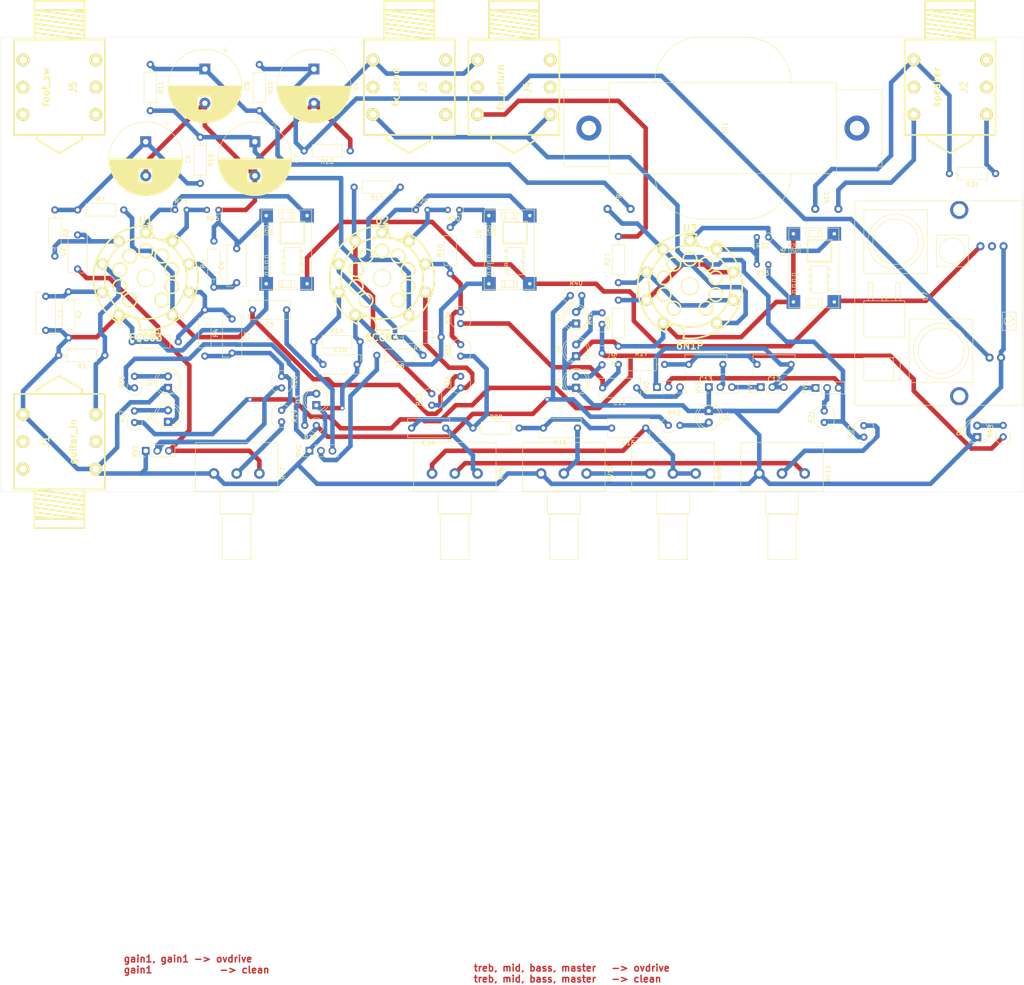
<source format=kicad_pcb>
(kicad_pcb (version 20171130) (host pcbnew 5.1.6-c6e7f7d~87~ubuntu18.04.1)
  (layers (0 F.Cu signal) (31 B.Cu signal) (34 B.Paste user) (35 F.Paste user) (36 B.SilkS user) (37 F.SilkS user) (38 B.Mask user) (39 F.Mask user) (44 Edge.Cuts user))
  (net 0 "")
  (net 1 "Net-(J1-Pad2)")
  (net 2 GND)
  (net 3 "Net-(J1-Pad6)")
  (net 4 "Net-(J1-Pad5)")
  (net 5 "Net-(C1-Pad1)")
  (net 6 "Net-(C2-Pad2)")
  (net 7 "Net-(C3-Pad2)")
  (net 8 "Net-(C3-Pad1)")
  (net 9 "Net-(C4-Pad1)")
  (net 10 "Net-(C5-Pad1)")
  (net 11 "Net-(C10-Pad1)")
  (net 12 "Net-(C11-Pad1)")
  (net 13 "Net-(C11-Pad2)")
  (net 14 "Net-(C12-Pad1)")
  (net 15 "Net-(C12-Pad2)")
  (net 16 "Net-(C13-Pad1)")
  (net 17 "Net-(R8-Pad1)")
  (net 18 "Net-(R8-Pad2)")
  (net 19 /HV_C)
  (net 20 /HV_B)
  (net 21 /HV_A)
  (net 22 /HV_in)
  (net 23 "Net-(C14-Pad1)")
  (net 24 "Net-(C15-Pad2)")
  (net 25 "Net-(C15-Pad1)")
  (net 26 "Net-(C16-Pad1)")
  (net 27 "Net-(J2-Pad2)")
  (net 28 "Net-(J2-Pad6)")
  (net 29 "Net-(J2-Pad5)")
  (net 30 "Net-(J2-Pad4)")
  (net 31 "Net-(J3-Pad2)")
  (net 32 "Net-(J3-Pad6)")
  (net 33 "Net-(J3-Pad5)")
  (net 34 "Net-(J3-Pad4)")
  (net 35 "Net-(J4-Pad5)")
  (net 36 "Net-(J4-Pad6)")
  (net 37 "Net-(J4-Pad2)")
  (net 38 "Net-(R18-Pad2)")
  (net 39 "Net-(R19-Pad2)")
  (net 40 "Net-(R21-Pad2)")
  (net 41 "Net-(R22-Pad2)")
  (net 42 "Net-(R23-Pad1)")
  (net 43 "Net-(R25-Pad2)")
  (net 44 /6.3V_U1)
  (net 45 "Net-(R29-Pad2)")
  (net 46 /6.3V_U2)
  (net 47 /6.3V_U3)
  (net 48 "Net-(R32-Pad2)")
  (net 49 "Net-(U7-Pad2)")
  (net 50 /12V)
  (net 51 "Net-(RV3-Pad2)")
  (net 52 "Net-(RV4-Pad1)")
  (net 53 "Net-(RV11-Pad3)")
  (net 54 "Net-(RV10-Pad3)")
  (net 55 /post_stage_1)
  (net 56 /clean_channel_bypass)
  (net 57 /guit_in)
  (net 58 /spkr_p)
  (net 59 /spkr_n)
  (net 60 /fx_send)
  (net 61 /fx_return)
  (net 62 /od_A)
  (net 63 /power_gate)
  (net 64 /power_cath)
  (net 65 /power_anode)
  (net 66 /OD)
  (net 67 /CL)
  (net 68 "Net-(J5-Pad1)")
  (net 69 "Net-(J5-Pad2)")
  (net 70 "Net-(J5-Pad3)")
  (net 71 "Net-(J5-Pad6)")
  (net 72 "Net-(J5-Pad5)")
  (net 73 "Net-(J5-Pad4)")
  (net 74 "Net-(C14-Pad2)")
  (net 75 "Net-(R16-Pad1)")
  (net 76 "Net-(D1-Pad2)")
  (net 77 "Net-(D2-Pad2)")
  (net 78 "Net-(D3-Pad2)")
  (net 79 "Net-(D4-Pad2)")
  (net 80 "Net-(D5-Pad2)")
  (net 81 "Net-(D6-Pad2)")
  (net 82 "Net-(D7-Pad2)")
  (net 83 "Net-(D8-Pad2)")
  (module Connector_PinHeader_2.54mm:PinHeader_1x03_P2.54mm_Vertical (layer F.Cu) (at 164.465 137 90)
    (fp_text reference RV3 (at 0 -2.33 90) (layer F.SilkS))
    (fp_text value "250k lin")
    (pad 3 thru_hole oval (at 0 5.08 90) (size 1.7 1.7) (drill 1) (layers *.Cu *.Mask) (net 12 "Net-(C11-Pad1)"))
    (pad 2 thru_hole oval (at 0 2.54 90) (size 1.7 1.7) (drill 1) (layers *.Cu *.Mask) (net 51 "Net-(RV3-Pad2)"))
    (pad 1 thru_hole rect (at 0 0 90) (size 1.7 1.7) (drill 1) (layers *.Cu *.Mask) (net 14 "Net-(C12-Pad1)"))
  )
  (module Resistor_THT:R_Axial_DIN0204_L3.6mm_D1.6mm_P2.54mm_Vertical (layer F.Cu) (at 189 104 180)
    (fp_text reference R32 (at 1.27 -1.92) (layer F.SilkS))
    (fp_text value ECCXX)
    (pad 1 thru_hole circle (at 0 0 180) (size 1.4 1.4) (drill 0.7) (layers *.Cu *.Mask) (net 47 /6.3V_U3))
    (pad 2 thru_hole oval (at 2.54 0 180) (size 1.4 1.4) (drill 0.7) (layers *.Cu *.Mask) (net 48 "Net-(R32-Pad2)"))
  )
  (module micha_custom:DSN-MINI-360 (layer F.Cu) (at 199 111 270)
    (fp_text reference U6 (at -3.75 6.75 90) (layer F.SilkS))
    (fp_text value DSN-MINI-360)
    (pad 1 thru_hole rect (at -7.75 -4.5 270) (size 3 3) (drill 0.762) (layers *.Cu *.Mask) (net 47 /6.3V_U3))
    (pad 2 thru_hole rect (at -7.75 4.5 270) (size 3 3) (drill 0.762) (layers *.Cu *.Mask) (net 2 GND))
    (pad 3 thru_hole rect (at 7.25 4.5 270) (size 3 3) (drill 0.762) (layers *.Cu *.Mask) (net 2 GND))
    (pad 4 thru_hole rect (at 7.25 -4.5 270) (size 3 3) (drill 0.762) (layers *.Cu *.Mask) (net 50 /12V))
  )
  (module OptoDevice:R_LDR_4.9x4.2mm_P2.54mm_Vertical (layer F.Cu) (at 114.935 140.97 90)
    (fp_text reference R23 (at 1.27 -2.9 90) (layer F.SilkS))
    (fp_text value LDR03)
    (pad 1 thru_hole circle (at 0 0 90) (size 1.6 1.6) (drill 0.8) (layers *.Cu *.Mask) (net 42 "Net-(R23-Pad1)"))
    (pad 2 thru_hole circle (at 2.54 0 90) (size 1.6 1.6) (drill 0.8) (layers *.Cu *.Mask) (net 62 /od_A))
  )
  (module LED_THT:LED_D5.0mm (layer F.Cu) (at 89.535 140.97 90)
    (fp_text reference D3 (at 1.27 -3.96 90) (layer F.SilkS))
    (fp_text value LED)
    (pad 1 thru_hole rect (at 0 0 90) (size 1.8 1.8) (drill 0.9) (layers *.Cu *.Mask) (net 2 GND))
    (pad 2 thru_hole circle (at 2.54 0 90) (size 1.8 1.8) (drill 0.9) (layers *.Cu *.Mask) (net 78 "Net-(D3-Pad2)"))
  )
  (module LED_THT:LED_D5.0mm (layer F.Cu) (at 56.89 144.635 90)
    (fp_text reference D2 (at 1.27 -3.96 90) (layer F.SilkS))
    (fp_text value LED)
    (pad 2 thru_hole circle (at 2.54 0 90) (size 1.8 1.8) (drill 0.9) (layers *.Cu *.Mask) (net 77 "Net-(D2-Pad2)"))
    (pad 1 thru_hole rect (at 0 0 90) (size 1.8 1.8) (drill 0.9) (layers *.Cu *.Mask) (net 2 GND))
  )
  (module Capacitor_THT:C_Rect_L9.0mm_W4.0mm_P7.50mm_MKT (layer F.Cu) (at 71 122 270)
    (fp_text reference C3 (at 3.75 -3.25 90) (layer F.SilkS))
    (fp_text value 1n)
    (pad 2 thru_hole circle (at 7.5 0 270) (size 1.6 1.6) (drill 0.8) (layers *.Cu *.Mask) (net 7 "Net-(C3-Pad2)"))
    (pad 1 thru_hole circle (at 0 0 270) (size 1.6 1.6) (drill 0.8) (layers *.Cu *.Mask) (net 8 "Net-(C3-Pad1)"))
  )
  (module micha_custom:VISATON_TR_10.16 (layer F.Cu) (at 179 80 90)
    (fp_text reference TR1 (at 0 0.5 90) (layer F.SilkS))
    (fp_text value VISATON_TR_10.16)
    (fp_text user SEC (at -15.24 22.86 90) (layer F.SilkS))
    (fp_text user PRI (at -15.24 -22.86 90) (layer F.SilkS))
    (pad 4 thru_hole circle (at -17.78 25.4 90) (size 1.8 1.8) (drill 0.9) (layers *.Cu *.Mask) (net 58 /spkr_p))
    (pad 3 thru_hole circle (at -17.78 20.32 90) (size 1.8 1.8) (drill 0.9) (layers *.Cu *.Mask) (net 59 /spkr_n))
    (pad 2 thru_hole circle (at -17.78 -20.32 90) (size 1.8 1.8) (drill 0.9) (layers *.Cu *.Mask) (net 21 /HV_A))
    (pad 1 thru_hole circle (at -17.78 -25.4 90) (size 1.8 1.8) (drill 0.9) (layers *.Cu *.Mask) (net 65 /power_anode))
    (pad "" thru_hole circle (at 0 29.5 90) (size 5.5 5.5) (drill 3.2) (layers *.Cu *.Mask))
    (pad "" thru_hole circle (at 0 -29.5 90) (size 5.5 5.5) (drill 3.2) (layers *.Cu *.Mask))
  )
  (module micha_custom:Reichelt_EBS63P (layer F.Cu) (at 33 149 180)
    (fp_text reference J1 (at 2.99974 0 90) (layer F.SilkS) (effects (font (size 1.524 1.524) (thickness 0.3048))))
    (fp_text value guitar_in (at -2.99974 0 90) (layer F.SilkS) (effects (font (size 1.524 1.524) (thickness 0.3048))))
    (pad 1 thru_hole circle (at -7.99846 5.99948 180) (size 2.79908 2.79908) (drill 1.45034) (layers *.Cu *.Mask F.SilkS) (net 57 /guit_in))
    (pad 2 thru_hole circle (at -7.99846 0 180) (size 2.79908 2.79908) (drill 1.45034) (layers *.Cu *.Mask F.SilkS) (net 1 "Net-(J1-Pad2)"))
    (pad 3 thru_hole circle (at -7.99846 -5.99948 180) (size 2.79908 2.79908) (drill 1.45034) (layers *.Cu *.Mask F.SilkS) (net 2 GND))
    (pad 6 thru_hole circle (at 8.001 -5.99948 180) (size 2.79908 2.79908) (drill 1.45034) (layers *.Cu *.Mask F.SilkS) (net 3 "Net-(J1-Pad6)"))
    (pad 5 thru_hole circle (at 8.001 0 180) (size 2.79908 2.79908) (drill 1.45034) (layers *.Cu *.Mask F.SilkS) (net 4 "Net-(J1-Pad5)"))
    (pad 4 thru_hole circle (at 8.001 5.99948 180) (size 2.79908 2.79908) (drill 1.45034) (layers *.Cu *.Mask F.SilkS) (net 2 GND))
  )
  (module Resistor_THT:R_Axial_DIN0207_L6.3mm_D2.5mm_P10.16mm_Horizontal (layer F.Cu) (at 43 130 180)
    (fp_text reference R1 (at 5.08 -2.37) (layer F.SilkS))
    (fp_text value 1M)
    (pad 1 thru_hole circle (at 0 0 180) (size 1.6 1.6) (drill 0.8) (layers *.Cu *.Mask) (net 57 /guit_in))
    (pad 2 thru_hole oval (at 10.16 0 180) (size 1.6 1.6) (drill 0.8) (layers *.Cu *.Mask) (net 2 GND))
  )
  (module Resistor_THT:R_Axial_DIN0207_L6.3mm_D2.5mm_P10.16mm_Horizontal (layer F.Cu) (at 35 116 270)
    (fp_text reference R2 (at 5.08 -2.37 90) (layer F.SilkS))
    (fp_text value 2.7k)
    (pad 2 thru_hole oval (at 10.16 0 270) (size 1.6 1.6) (drill 0.8) (layers *.Cu *.Mask) (net 2 GND))
    (pad 1 thru_hole circle (at 0 0 270) (size 1.6 1.6) (drill 0.8) (layers *.Cu *.Mask) (net 5 "Net-(C1-Pad1)"))
  )
  (module Resistor_THT:R_Axial_DIN0207_L6.3mm_D2.5mm_P10.16mm_Horizontal (layer F.Cu) (at 32 98 270)
    (fp_text reference R3 (at 5.08 -2.37 90) (layer F.SilkS))
    (fp_text value 100k)
    (pad 1 thru_hole circle (at 0 0 270) (size 1.6 1.6) (drill 0.8) (layers *.Cu *.Mask) (net 19 /HV_C))
    (pad 2 thru_hole oval (at 10.16 0 270) (size 1.6 1.6) (drill 0.8) (layers *.Cu *.Mask) (net 6 "Net-(C2-Pad2)"))
  )
  (module w_vacuum:tube_gzc9-b (layer F.Cu) (at 52 113)
    (fp_text reference U1 (at 0 -12.7) (layer F.SilkS) (effects (font (size 1.524 1.524) (thickness 0.3048))))
    (fp_text value ECC83 (at 0 13.09878) (layer F.SilkS) (effects (font (size 1.524 1.524) (thickness 0.3048))))
    (pad 9 thru_hole circle (at -5.87756 8.0899) (size 2.49936 2.49936) (drill 1.4986) (layers *.Cu *.Mask F.SilkS) (net 2 GND))
    (pad 8 thru_hole circle (at -9.50976 3.0861) (size 2.49936 2.49936) (drill 1.4986) (layers *.Cu *.Mask F.SilkS) (net 5 "Net-(C1-Pad1)"))
    (pad 7 thru_hole circle (at -9.50976 -3.0861) (size 2.49936 2.49936) (drill 1.4986) (layers *.Cu *.Mask F.SilkS) (net 57 /guit_in))
    (pad 6 thru_hole circle (at -5.87756 -8.0899) (size 2.49936 2.49936) (drill 1.4986) (layers *.Cu *.Mask F.SilkS) (net 6 "Net-(C2-Pad2)"))
    (pad 5 thru_hole circle (at 0 -9.99998) (size 2.49936 2.49936) (drill 1.4986) (layers *.Cu *.Mask F.SilkS) (net 44 /6.3V_U1))
    (pad 4 thru_hole circle (at 5.87756 -8.0899) (size 2.49936 2.49936) (drill 1.4986) (layers *.Cu *.Mask F.SilkS) (net 43 "Net-(R25-Pad2)"))
    (pad 3 thru_hole circle (at 9.50976 -3.0861) (size 2.49936 2.49936) (drill 1.4986) (layers *.Cu *.Mask F.SilkS) (net 9 "Net-(C4-Pad1)"))
    (pad 2 thru_hole circle (at 9.50976 3.0861) (size 2.49936 2.49936) (drill 1.4986) (layers *.Cu *.Mask F.SilkS) (net 8 "Net-(C3-Pad1)"))
    (pad 1 thru_hole circle (at 5.87756 8.0899) (size 2.49936 2.49936) (drill 1.4986) (layers *.Cu *.Mask F.SilkS) (net 56 /clean_channel_bypass))
    (pad "" np_thru_hole circle (at 0 0) (size 3.49758 3.49758) (drill 3.49758) (layers *.Cu *.Mask F.SilkS))
  )
  (module Capacitor_THT:C_Rect_L9.0mm_W4.0mm_P7.50mm_MKT (layer F.Cu) (at 30 117 270)
    (fp_text reference C1 (at 3.75 -3.25 90) (layer F.SilkS))
    (fp_text value 0.68u/25V)
    (pad 2 thru_hole circle (at 7.5 0 270) (size 1.6 1.6) (drill 0.8) (layers *.Cu *.Mask) (net 2 GND))
    (pad 1 thru_hole circle (at 0 0 270) (size 1.6 1.6) (drill 0.8) (layers *.Cu *.Mask) (net 5 "Net-(C1-Pad1)"))
  )
  (module Capacitor_THT:C_Rect_L9.0mm_W4.0mm_P7.50mm_MKT (layer F.Cu) (at 37 111 90)
    (fp_text reference C2 (at 3.75 -3.25 90) (layer F.SilkS))
    (fp_text value 22n)
    (pad 2 thru_hole circle (at 7.5 0 90) (size 1.6 1.6) (drill 0.8) (layers *.Cu *.Mask) (net 6 "Net-(C2-Pad2)"))
    (pad 1 thru_hole circle (at 0 0 90) (size 1.6 1.6) (drill 0.8) (layers *.Cu *.Mask) (net 55 /post_stage_1))
  )
  (module Capacitor_THT:C_Rect_L9.0mm_W4.0mm_P7.50mm_MKT (layer F.Cu) (at 72 114 90)
    (fp_text reference C4 (at 3.75 -3.25 90) (layer F.SilkS))
    (fp_text value 1u/25V)
    (pad 1 thru_hole circle (at 0 0 90) (size 1.6 1.6) (drill 0.8) (layers *.Cu *.Mask) (net 9 "Net-(C4-Pad1)"))
    (pad 2 thru_hole circle (at 7.5 0 90) (size 1.6 1.6) (drill 0.8) (layers *.Cu *.Mask) (net 2 GND))
  )
  (module Capacitor_THT:C_Rect_L9.0mm_W4.0mm_P7.50mm_MKT (layer F.Cu) (at 83 120 180)
    (fp_text reference C5 (at 3.75 -3.25) (layer F.SilkS))
    (fp_text value 22n)
    (pad 2 thru_hole circle (at 7.5 0 180) (size 1.6 1.6) (drill 0.8) (layers *.Cu *.Mask) (net 56 /clean_channel_bypass))
    (pad 1 thru_hole circle (at 0 0 180) (size 1.6 1.6) (drill 0.8) (layers *.Cu *.Mask) (net 10 "Net-(C5-Pad1)"))
  )
  (module Capacitor_THT:CP_Radial_D16.0mm_P7.50mm (layer F.Cu) (at 52 83 270)
    (fp_text reference C6 (at 3.75 -9.25 90) (layer F.SilkS))
    (fp_text value 47u/350V)
    (pad 1 thru_hole rect (at 0 0 270) (size 2.4 2.4) (drill 1.2) (layers *.Cu *.Mask) (net 19 /HV_C))
    (pad 2 thru_hole circle (at 7.5 0 270) (size 2.4 2.4) (drill 1.2) (layers *.Cu *.Mask) (net 2 GND))
  )
  (module Capacitor_THT:CP_Radial_D16.0mm_P7.50mm (layer F.Cu) (at 76 83 270)
    (fp_text reference C7 (at 3.75 -9.25 90) (layer F.SilkS))
    (fp_text value 47u/350V)
    (pad 2 thru_hole circle (at 7.5 0 270) (size 2.4 2.4) (drill 1.2) (layers *.Cu *.Mask) (net 2 GND))
    (pad 1 thru_hole rect (at 0 0 270) (size 2.4 2.4) (drill 1.2) (layers *.Cu *.Mask) (net 20 /HV_B))
  )
  (module Capacitor_THT:CP_Radial_D16.0mm_P7.50mm (layer F.Cu) (at 65 67 270)
    (fp_text reference C8 (at 3.75 -9.25 90) (layer F.SilkS))
    (fp_text value 47u/350V)
    (pad 2 thru_hole circle (at 7.5 0 270) (size 2.4 2.4) (drill 1.2) (layers *.Cu *.Mask) (net 2 GND))
    (pad 1 thru_hole rect (at 0 0 270) (size 2.4 2.4) (drill 1.2) (layers *.Cu *.Mask) (net 21 /HV_A))
  )
  (module Capacitor_THT:CP_Radial_D16.0mm_P7.50mm (layer F.Cu) (at 89 67 270)
    (fp_text reference C9 (at 3.75 -9.25 90) (layer F.SilkS))
    (fp_text value 47u/350V)
    (pad 1 thru_hole rect (at 0 0 270) (size 2.4 2.4) (drill 1.2) (layers *.Cu *.Mask) (net 22 /HV_in))
    (pad 2 thru_hole circle (at 7.5 0 270) (size 2.4 2.4) (drill 1.2) (layers *.Cu *.Mask) (net 2 GND))
  )
  (module Capacitor_THT:C_Rect_L9.0mm_W4.0mm_P7.50mm_MKT (layer F.Cu) (at 91 132)
    (fp_text reference C10 (at 3.75 -3.25) (layer F.SilkS))
    (fp_text value 1u/25V)
    (pad 1 thru_hole circle (at 0 0) (size 1.6 1.6) (drill 0.8) (layers *.Cu *.Mask) (net 11 "Net-(C10-Pad1)"))
    (pad 2 thru_hole circle (at 7.5 0) (size 1.6 1.6) (drill 0.8) (layers *.Cu *.Mask) (net 2 GND))
  )
  (module Capacitor_THT:C_Rect_L9.0mm_W4.0mm_P7.50mm_MKT (layer F.Cu) (at 160.02 137.16 180)
    (fp_text reference C11 (at 3.75 -3.25) (layer F.SilkS))
    (fp_text value 470p)
    (pad 1 thru_hole circle (at 0 0 180) (size 1.6 1.6) (drill 0.8) (layers *.Cu *.Mask) (net 12 "Net-(C11-Pad1)"))
    (pad 2 thru_hole circle (at 7.5 0 180) (size 1.6 1.6) (drill 0.8) (layers *.Cu *.Mask) (net 13 "Net-(C11-Pad2)"))
  )
  (module Capacitor_THT:C_Rect_L9.0mm_W4.0mm_P7.50mm_MKT (layer F.Cu) (at 194 132 180)
    (fp_text reference C12 (at 3.75 -3.25) (layer F.SilkS))
    (fp_text value 22n)
    (pad 1 thru_hole circle (at 0 0 180) (size 1.6 1.6) (drill 0.8) (layers *.Cu *.Mask) (net 14 "Net-(C12-Pad1)"))
    (pad 2 thru_hole circle (at 7.5 0 180) (size 1.6 1.6) (drill 0.8) (layers *.Cu *.Mask) (net 15 "Net-(C12-Pad2)"))
  )
  (module Capacitor_THT:C_Rect_L9.0mm_W4.0mm_P7.50mm_MKT (layer F.Cu) (at 179 132 180)
    (fp_text reference C13 (at 3.75 -3.25) (layer F.SilkS))
    (fp_text value 10n)
    (pad 1 thru_hole circle (at 0 0 180) (size 1.6 1.6) (drill 0.8) (layers *.Cu *.Mask) (net 16 "Net-(C13-Pad1)"))
    (pad 2 thru_hole circle (at 7.5 0 180) (size 1.6 1.6) (drill 0.8) (layers *.Cu *.Mask) (net 15 "Net-(C12-Pad2)"))
  )
  (module Resistor_THT:R_Axial_DIN0207_L6.3mm_D2.5mm_P10.16mm_Horizontal (layer F.Cu) (at 65 120 270)
    (fp_text reference R4 (at 5.08 -2.37 90) (layer F.SilkS))
    (fp_text value 220k)
    (pad 2 thru_hole oval (at 10.16 0 270) (size 1.6 1.6) (drill 0.8) (layers *.Cu *.Mask) (net 7 "Net-(C3-Pad2)"))
    (pad 1 thru_hole circle (at 0 0 270) (size 1.6 1.6) (drill 0.8) (layers *.Cu *.Mask) (net 8 "Net-(C3-Pad1)"))
  )
  (module Resistor_THT:R_Axial_DIN0207_L6.3mm_D2.5mm_P10.16mm_Horizontal (layer F.Cu) (at 49 127)
    (fp_text reference R5 (at 5.08 -2.37) (layer F.SilkS))
    (fp_text value 220k)
    (pad 1 thru_hole circle (at 0 0) (size 1.6 1.6) (drill 0.8) (layers *.Cu *.Mask) (net 2 GND))
    (pad 2 thru_hole oval (at 10.16 0) (size 1.6 1.6) (drill 0.8) (layers *.Cu *.Mask) (net 8 "Net-(C3-Pad1)"))
  )
  (module Resistor_THT:R_Axial_DIN0207_L6.3mm_D2.5mm_P10.16mm_Horizontal (layer F.Cu) (at 67 115 90)
    (fp_text reference R6 (at 5.08 -2.37 90) (layer F.SilkS))
    (fp_text value 1.2k)
    (pad 2 thru_hole oval (at 10.16 0 90) (size 1.6 1.6) (drill 0.8) (layers *.Cu *.Mask) (net 2 GND))
    (pad 1 thru_hole circle (at 0 0 90) (size 1.6 1.6) (drill 0.8) (layers *.Cu *.Mask) (net 9 "Net-(C4-Pad1)"))
  )
  (module Resistor_THT:R_Axial_DIN0207_L6.3mm_D2.5mm_P10.16mm_Horizontal (layer F.Cu) (at 37 98)
    (fp_text reference R7 (at 5.08 -2.37) (layer F.SilkS))
    (fp_text value 100k)
    (pad 1 thru_hole circle (at 0 0) (size 1.6 1.6) (drill 0.8) (layers *.Cu *.Mask) (net 19 /HV_C))
    (pad 2 thru_hole oval (at 10.16 0) (size 1.6 1.6) (drill 0.8) (layers *.Cu *.Mask) (net 56 /clean_channel_bypass))
  )
  (module Resistor_THT:R_Axial_DIN0207_L6.3mm_D2.5mm_P10.16mm_Horizontal (layer F.Cu) (at 113 130 180)
    (fp_text reference R8 (at 5.08 -2.37) (layer F.SilkS))
    (fp_text value 220k)
    (pad 1 thru_hole circle (at 0 0 180) (size 1.6 1.6) (drill 0.8) (layers *.Cu *.Mask) (net 17 "Net-(R8-Pad1)"))
    (pad 2 thru_hole oval (at 10.16 0 180) (size 1.6 1.6) (drill 0.8) (layers *.Cu *.Mask) (net 18 "Net-(R8-Pad2)"))
  )
  (module Resistor_THT:R_Axial_DIN0207_L6.3mm_D2.5mm_P10.16mm_Horizontal (layer F.Cu) (at 117 126 180)
    (fp_text reference R9 (at 5.08 -2.37) (layer F.SilkS))
    (fp_text value 220k)
    (pad 2 thru_hole oval (at 10.16 0 180) (size 1.6 1.6) (drill 0.8) (layers *.Cu *.Mask) (net 17 "Net-(R8-Pad1)"))
    (pad 1 thru_hole circle (at 0 0 180) (size 1.6 1.6) (drill 0.8) (layers *.Cu *.Mask) (net 2 GND))
  )
  (module Resistor_THT:R_Axial_DIN0207_L6.3mm_D2.5mm_P10.16mm_Horizontal (layer F.Cu) (at 64 82 270)
    (fp_text reference R10 (at 5.08 -2.37 90) (layer F.SilkS))
    (fp_text value 10k/1W)
    (pad 2 thru_hole oval (at 10.16 0 270) (size 1.6 1.6) (drill 0.8) (layers *.Cu *.Mask) (net 19 /HV_C))
    (pad 1 thru_hole circle (at 0 0 270) (size 1.6 1.6) (drill 0.8) (layers *.Cu *.Mask) (net 20 /HV_B))
  )
  (module Resistor_THT:R_Axial_DIN0207_L6.3mm_D2.5mm_P10.16mm_Horizontal (layer F.Cu) (at 53 66 270)
    (fp_text reference R11 (at 5.08 -2.37 90) (layer F.SilkS))
    (fp_text value 1k/1W)
    (pad 1 thru_hole circle (at 0 0 270) (size 1.6 1.6) (drill 0.8) (layers *.Cu *.Mask) (net 21 /HV_A))
    (pad 2 thru_hole oval (at 10.16 0 270) (size 1.6 1.6) (drill 0.8) (layers *.Cu *.Mask) (net 20 /HV_B))
  )
  (module Resistor_THT:R_Axial_DIN0207_L6.3mm_D2.5mm_P10.16mm_Horizontal (layer F.Cu) (at 77 66 270)
    (fp_text reference R12 (at 5.08 -2.37 90) (layer F.SilkS))
    (fp_text value 100R/1W)
    (pad 2 thru_hole oval (at 10.16 0 270) (size 1.6 1.6) (drill 0.8) (layers *.Cu *.Mask) (net 21 /HV_A))
    (pad 1 thru_hole circle (at 0 0 270) (size 1.6 1.6) (drill 0.8) (layers *.Cu *.Mask) (net 22 /HV_in))
  )
  (module Resistor_THT:R_Axial_DIN0207_L6.3mm_D2.5mm_P10.16mm_Horizontal (layer F.Cu) (at 97 85 180)
    (fp_text reference R13 (at 5.08 -2.37) (layer F.SilkS))
    (fp_text value 220k/1W)
    (pad 1 thru_hole circle (at 0 0 180) (size 1.6 1.6) (drill 0.8) (layers *.Cu *.Mask) (net 2 GND))
    (pad 2 thru_hole oval (at 10.16 0 180) (size 1.6 1.6) (drill 0.8) (layers *.Cu *.Mask) (net 22 /HV_in))
  )
  (module Resistor_THT:R_Axial_DIN0207_L6.3mm_D2.5mm_P10.16mm_Horizontal (layer F.Cu) (at 89 127)
    (fp_text reference R14 (at 5.08 -2.37) (layer F.SilkS))
    (fp_text value 820)
    (pad 2 thru_hole oval (at 10.16 0) (size 1.6 1.6) (drill 0.8) (layers *.Cu *.Mask) (net 2 GND))
    (pad 1 thru_hole circle (at 0 0) (size 1.6 1.6) (drill 0.8) (layers *.Cu *.Mask) (net 11 "Net-(C10-Pad1)"))
  )
  (module Resistor_THT:R_Axial_DIN0207_L6.3mm_D2.5mm_P10.16mm_Horizontal (layer F.Cu) (at 108 93 180)
    (fp_text reference R15 (at 5.08 -2.37) (layer F.SilkS))
    (fp_text value 100k)
    (pad 1 thru_hole circle (at 0 0 180) (size 1.6 1.6) (drill 0.8) (layers *.Cu *.Mask) (net 20 /HV_B))
    (pad 2 thru_hole oval (at 10.16 0 180) (size 1.6 1.6) (drill 0.8) (layers *.Cu *.Mask) (net 62 /od_A))
  )
  (module Resistor_THT:R_Axial_DIN0207_L6.3mm_D2.5mm_P10.16mm_Horizontal (layer F.Cu) (at 119 112 90)
    (fp_text reference R16 (at 5.08 -2.37 90) (layer F.SilkS))
    (fp_text value 100k)
    (pad 2 thru_hole oval (at 10.16 0 90) (size 1.6 1.6) (drill 0.8) (layers *.Cu *.Mask) (net 2 GND))
    (pad 1 thru_hole circle (at 0 0 90) (size 1.6 1.6) (drill 0.8) (layers *.Cu *.Mask) (net 75 "Net-(R16-Pad1)"))
  )
  (module Resistor_THT:R_Axial_DIN0207_L6.3mm_D2.5mm_P10.16mm_Horizontal (layer F.Cu) (at 156 132)
    (fp_text reference R17 (at 5.08 -2.37) (layer F.SilkS))
    (fp_text value 56k)
    (pad 1 thru_hole circle (at 0 0) (size 1.6 1.6) (drill 0.8) (layers *.Cu *.Mask) (net 13 "Net-(C11-Pad2)"))
    (pad 2 thru_hole oval (at 10.16 0) (size 1.6 1.6) (drill 0.8) (layers *.Cu *.Mask) (net 15 "Net-(C12-Pad2)"))
  )
  (module w_vacuum:tube_gzc9-b (layer F.Cu) (at 104 113)
    (fp_text reference U2 (at 0 -12.7) (layer F.SilkS) (effects (font (size 1.524 1.524) (thickness 0.3048))))
    (fp_text value ECC83 (at 0 13.09878) (layer F.SilkS) (effects (font (size 1.524 1.524) (thickness 0.3048))))
    (pad 9 thru_hole circle (at -5.87756 8.0899) (size 2.49936 2.49936) (drill 1.4986) (layers *.Cu *.Mask F.SilkS) (net 2 GND))
    (pad 8 thru_hole circle (at -9.50976 3.0861) (size 2.49936 2.49936) (drill 1.4986) (layers *.Cu *.Mask F.SilkS) (net 11 "Net-(C10-Pad1)"))
    (pad 7 thru_hole circle (at -9.50976 -3.0861) (size 2.49936 2.49936) (drill 1.4986) (layers *.Cu *.Mask F.SilkS) (net 17 "Net-(R8-Pad1)"))
    (pad 6 thru_hole circle (at -5.87756 -8.0899) (size 2.49936 2.49936) (drill 1.4986) (layers *.Cu *.Mask F.SilkS) (net 62 /od_A))
    (pad 5 thru_hole circle (at 0 -9.99998) (size 2.49936 2.49936) (drill 1.4986) (layers *.Cu *.Mask F.SilkS) (net 46 /6.3V_U2))
    (pad 4 thru_hole circle (at 5.87756 -8.0899) (size 2.49936 2.49936) (drill 1.4986) (layers *.Cu *.Mask F.SilkS) (net 45 "Net-(R29-Pad2)"))
    (pad 3 thru_hole circle (at 9.50976 -3.0861) (size 2.49936 2.49936) (drill 1.4986) (layers *.Cu *.Mask F.SilkS) (net 75 "Net-(R16-Pad1)"))
    (pad 2 thru_hole circle (at 9.50976 3.0861) (size 2.49936 2.49936) (drill 1.4986) (layers *.Cu *.Mask F.SilkS) (net 42 "Net-(R23-Pad1)"))
    (pad 1 thru_hole circle (at 5.87756 8.0899) (size 2.49936 2.49936) (drill 1.4986) (layers *.Cu *.Mask F.SilkS) (net 20 /HV_B))
    (pad "" np_thru_hole circle (at 0 0) (size 3.49758 3.49758) (drill 3.49758) (layers *.Cu *.Mask F.SilkS))
  )
  (module Capacitor_THT:C_Rect_L9.0mm_W4.0mm_P7.50mm_MKT (layer F.Cu) (at 118 146 180)
    (fp_text reference C14 (at 3.75 -3.25) (layer F.SilkS))
    (fp_text value 470p)
    (pad 1 thru_hole circle (at 0 0 180) (size 1.6 1.6) (drill 0.8) (layers *.Cu *.Mask) (net 23 "Net-(C14-Pad1)"))
    (pad 2 thru_hole circle (at 7.5 0 180) (size 1.6 1.6) (drill 0.8) (layers *.Cu *.Mask) (net 74 "Net-(C14-Pad2)"))
  )
  (module Capacitor_THT:C_Rect_L9.0mm_W4.0mm_P7.50mm_MKT (layer F.Cu) (at 162 146 180)
    (fp_text reference C15 (at 3.75 -3.25) (layer F.SilkS))
    (fp_text value 22n)
    (pad 2 thru_hole circle (at 7.5 0 180) (size 1.6 1.6) (drill 0.8) (layers *.Cu *.Mask) (net 24 "Net-(C15-Pad2)"))
    (pad 1 thru_hole circle (at 0 0 180) (size 1.6 1.6) (drill 0.8) (layers *.Cu *.Mask) (net 25 "Net-(C15-Pad1)"))
  )
  (module Capacitor_THT:C_Rect_L9.0mm_W4.0mm_P7.50mm_MKT (layer F.Cu) (at 147 146 180)
    (fp_text reference C16 (at 3.75 -3.25) (layer F.SilkS))
    (fp_text value 10n)
    (pad 1 thru_hole circle (at 0 0 180) (size 1.6 1.6) (drill 0.8) (layers *.Cu *.Mask) (net 26 "Net-(C16-Pad1)"))
    (pad 2 thru_hole circle (at 7.5 0 180) (size 1.6 1.6) (drill 0.8) (layers *.Cu *.Mask) (net 24 "Net-(C15-Pad2)"))
  )
  (module micha_custom:Reichelt_EBS63P (layer F.Cu) (at 229 71)
    (fp_text reference J2 (at 2.99974 0 90) (layer F.SilkS) (effects (font (size 1.524 1.524) (thickness 0.3048))))
    (fp_text value speaker (at -2.99974 0 90) (layer F.SilkS) (effects (font (size 1.524 1.524) (thickness 0.3048))))
    (pad 1 thru_hole circle (at -7.99846 5.99948) (size 2.79908 2.79908) (drill 1.45034) (layers *.Cu *.Mask F.SilkS) (net 58 /spkr_p))
    (pad 2 thru_hole circle (at -7.99846 0) (size 2.79908 2.79908) (drill 1.45034) (layers *.Cu *.Mask F.SilkS) (net 27 "Net-(J2-Pad2)"))
    (pad 3 thru_hole circle (at -7.99846 -5.99948) (size 2.79908 2.79908) (drill 1.45034) (layers *.Cu *.Mask F.SilkS) (net 59 /spkr_n))
    (pad 6 thru_hole circle (at 8.001 -5.99948) (size 2.79908 2.79908) (drill 1.45034) (layers *.Cu *.Mask F.SilkS) (net 28 "Net-(J2-Pad6)"))
    (pad 5 thru_hole circle (at 8.001 0) (size 2.79908 2.79908) (drill 1.45034) (layers *.Cu *.Mask F.SilkS) (net 29 "Net-(J2-Pad5)"))
    (pad 4 thru_hole circle (at 8.001 5.99948) (size 2.79908 2.79908) (drill 1.45034) (layers *.Cu *.Mask F.SilkS) (net 30 "Net-(J2-Pad4)"))
  )
  (module micha_custom:Reichelt_EBS63P (layer F.Cu) (at 110 71)
    (fp_text reference J3 (at 2.99974 0 90) (layer F.SilkS) (effects (font (size 1.524 1.524) (thickness 0.3048))))
    (fp_text value fx_send (at -2.99974 0 90) (layer F.SilkS) (effects (font (size 1.524 1.524) (thickness 0.3048))))
    (pad 1 thru_hole circle (at -7.99846 5.99948) (size 2.79908 2.79908) (drill 1.45034) (layers *.Cu *.Mask F.SilkS) (net 60 /fx_send))
    (pad 2 thru_hole circle (at -7.99846 0) (size 2.79908 2.79908) (drill 1.45034) (layers *.Cu *.Mask F.SilkS) (net 31 "Net-(J3-Pad2)"))
    (pad 3 thru_hole circle (at -7.99846 -5.99948) (size 2.79908 2.79908) (drill 1.45034) (layers *.Cu *.Mask F.SilkS) (net 2 GND))
    (pad 6 thru_hole circle (at 8.001 -5.99948) (size 2.79908 2.79908) (drill 1.45034) (layers *.Cu *.Mask F.SilkS) (net 32 "Net-(J3-Pad6)"))
    (pad 5 thru_hole circle (at 8.001 0) (size 2.79908 2.79908) (drill 1.45034) (layers *.Cu *.Mask F.SilkS) (net 33 "Net-(J3-Pad5)"))
    (pad 4 thru_hole circle (at 8.001 5.99948) (size 2.79908 2.79908) (drill 1.45034) (layers *.Cu *.Mask F.SilkS) (net 34 "Net-(J3-Pad4)"))
  )
  (module micha_custom:Reichelt_EBS63P (layer F.Cu) (at 133 71)
    (fp_text reference J4 (at 2.99974 0 90) (layer F.SilkS) (effects (font (size 1.524 1.524) (thickness 0.3048))))
    (fp_text value fx_return (at -2.99974 0 90) (layer F.SilkS) (effects (font (size 1.524 1.524) (thickness 0.3048))))
    (pad 4 thru_hole circle (at 8.001 5.99948) (size 2.79908 2.79908) (drill 1.45034) (layers *.Cu *.Mask F.SilkS) (net 60 /fx_send))
    (pad 5 thru_hole circle (at 8.001 0) (size 2.79908 2.79908) (drill 1.45034) (layers *.Cu *.Mask F.SilkS) (net 35 "Net-(J4-Pad5)"))
    (pad 6 thru_hole circle (at 8.001 -5.99948) (size 2.79908 2.79908) (drill 1.45034) (layers *.Cu *.Mask F.SilkS) (net 36 "Net-(J4-Pad6)"))
    (pad 3 thru_hole circle (at -7.99846 -5.99948) (size 2.79908 2.79908) (drill 1.45034) (layers *.Cu *.Mask F.SilkS) (net 2 GND))
    (pad 2 thru_hole circle (at -7.99846 0) (size 2.79908 2.79908) (drill 1.45034) (layers *.Cu *.Mask F.SilkS) (net 37 "Net-(J4-Pad2)"))
    (pad 1 thru_hole circle (at -7.99846 5.99948) (size 2.79908 2.79908) (drill 1.45034) (layers *.Cu *.Mask F.SilkS) (net 61 /fx_return))
  )
  (module Resistor_THT:R_Axial_DIN0207_L6.3mm_D2.5mm_P10.16mm_Horizontal (layer F.Cu) (at 124 146)
    (fp_text reference R20 (at 5.08 -2.37) (layer F.SilkS))
    (fp_text value 56k)
    (pad 2 thru_hole oval (at 10.16 0) (size 1.6 1.6) (drill 0.8) (layers *.Cu *.Mask) (net 24 "Net-(C15-Pad2)"))
    (pad 1 thru_hole circle (at 0 0) (size 1.6 1.6) (drill 0.8) (layers *.Cu *.Mask) (net 74 "Net-(C14-Pad2)"))
  )
  (module Resistor_THT:R_Axial_DIN0204_L3.6mm_D1.6mm_P2.54mm_Vertical (layer F.Cu) (at 58.46 98)
    (fp_text reference R25 (at 1.27 -1.92) (layer F.SilkS))
    (fp_text value ECC83)
    (pad 2 thru_hole oval (at 2.54 0) (size 1.4 1.4) (drill 0.7) (layers *.Cu *.Mask) (net 43 "Net-(R25-Pad2)"))
    (pad 1 thru_hole circle (at 0 0) (size 1.4 1.4) (drill 0.7) (layers *.Cu *.Mask) (net 44 /6.3V_U1))
  )
  (module Resistor_THT:R_Axial_DIN0204_L3.6mm_D1.6mm_P2.54mm_Vertical (layer F.Cu) (at 68 98 180)
    (fp_text reference R26 (at 1.27 -1.92) (layer F.SilkS))
    (fp_text value 6N2P)
    (pad 1 thru_hole circle (at 0 0 180) (size 1.4 1.4) (drill 0.7) (layers *.Cu *.Mask) (net 2 GND))
    (pad 2 thru_hole oval (at 2.54 0 180) (size 1.4 1.4) (drill 0.7) (layers *.Cu *.Mask) (net 43 "Net-(R25-Pad2)"))
  )
  (module Resistor_THT:R_Axial_DIN0207_L6.3mm_D2.5mm_P10.16mm_Horizontal (layer F.Cu) (at 156 114 90)
    (fp_text reference R27 (at 5.08 -2.37 90) (layer F.SilkS))
    (fp_text value 5.6k)
    (pad 1 thru_hole circle (at 0 0 90) (size 1.6 1.6) (drill 0.8) (layers *.Cu *.Mask) (net 63 /power_gate))
    (pad 2 thru_hole oval (at 10.16 0 90) (size 1.6 1.6) (drill 0.8) (layers *.Cu *.Mask) (net 61 /fx_return))
  )
  (module Resistor_THT:R_Axial_DIN0207_L6.3mm_D2.5mm_P10.16mm_Horizontal (layer F.Cu) (at 156 128 90)
    (fp_text reference R28 (at 5.08 -2.37 90) (layer F.SilkS))
    (fp_text value 470R/1W)
    (pad 1 thru_hole circle (at 0 0 90) (size 1.6 1.6) (drill 0.8) (layers *.Cu *.Mask) (net 2 GND))
    (pad 2 thru_hole oval (at 10.16 0 90) (size 1.6 1.6) (drill 0.8) (layers *.Cu *.Mask) (net 64 /power_cath))
  )
  (module Resistor_THT:R_Axial_DIN0204_L3.6mm_D1.6mm_P2.54mm_Vertical (layer F.Cu) (at 111.46 98)
    (fp_text reference R29 (at 1.27 -1.92) (layer F.SilkS))
    (fp_text value ECC83)
    (pad 2 thru_hole oval (at 2.54 0) (size 1.4 1.4) (drill 0.7) (layers *.Cu *.Mask) (net 45 "Net-(R29-Pad2)"))
    (pad 1 thru_hole circle (at 0 0) (size 1.4 1.4) (drill 0.7) (layers *.Cu *.Mask) (net 46 /6.3V_U2))
  )
  (module Resistor_THT:R_Axial_DIN0204_L3.6mm_D1.6mm_P2.54mm_Vertical (layer F.Cu) (at 121 98 180)
    (fp_text reference R30 (at 1.27 -1.92) (layer F.SilkS))
    (fp_text value 6N2P)
    (pad 1 thru_hole circle (at 0 0 180) (size 1.4 1.4) (drill 0.7) (layers *.Cu *.Mask) (net 2 GND))
    (pad 2 thru_hole oval (at 2.54 0 180) (size 1.4 1.4) (drill 0.7) (layers *.Cu *.Mask) (net 45 "Net-(R29-Pad2)"))
  )
  (module Resistor_THT:R_Axial_DIN0207_L6.3mm_D2.5mm_P10.16mm_Horizontal (layer F.Cu) (at 239 90 180)
    (fp_text reference R31 (at 5.08 -2.37) (layer F.SilkS))
    (fp_text value 8R/1W)
    (pad 2 thru_hole oval (at 10.16 0 180) (size 1.6 1.6) (drill 0.8) (layers *.Cu *.Mask) (net 59 /spkr_n))
    (pad 1 thru_hole circle (at 0 0 180) (size 1.6 1.6) (drill 0.8) (layers *.Cu *.Mask) (net 30 "Net-(J2-Pad4)"))
  )
  (module Resistor_THT:R_Axial_DIN0204_L3.6mm_D1.6mm_P2.54mm_Vertical (layer F.Cu) (at 189 110 180)
    (fp_text reference R33 (at 1.27 -1.92) (layer F.SilkS))
    (fp_text value 6N1P)
    (pad 2 thru_hole oval (at 2.54 0 180) (size 1.4 1.4) (drill 0.7) (layers *.Cu *.Mask) (net 48 "Net-(R32-Pad2)"))
    (pad 1 thru_hole circle (at 0 0 180) (size 1.4 1.4) (drill 0.7) (layers *.Cu *.Mask) (net 2 GND))
  )
  (module micha_custom:NCH6100HV (layer F.Cu) (at 245 96 270)
    (fp_text reference U7 (at 21 21.5 90) (layer F.SilkS))
    (fp_text value NCH6100HV)
    (pad "" thru_hole circle (at 2 14 270) (size 4 4) (drill 2.7) (layers *.Cu *.Mask))
    (pad "" thru_hole circle (at 43 14 270) (size 4 4) (drill 2.7) (layers *.Cu *.Mask))
    (pad 1 thru_hole circle (at 9.99 4.25 270) (size 1.8 1.8) (drill 0.9) (layers *.Cu *.Mask) (net 2 GND))
    (pad 2 thru_hole circle (at 9.99 6.79 270) (size 1.8 1.8) (drill 0.9) (layers *.Cu *.Mask) (net 49 "Net-(U7-Pad2)"))
    (pad 3 thru_hole circle (at 9.99 9.33 270) (size 1.8 1.8) (drill 0.9) (layers *.Cu *.Mask) (net 50 /12V))
    (pad 4 thru_hole circle (at 34.5 4.8 270) (size 1.8 1.8) (drill 0.9) (layers *.Cu *.Mask) (net 2 GND))
    (pad 5 thru_hole circle (at 34.5 7.34 270) (size 1.8 1.8) (drill 0.9) (layers *.Cu *.Mask) (net 22 /HV_in))
  )
  (module w_vacuum:socket_gzc9-b (layer F.Cu) (at 171.74 114.78)
    (fp_text reference U3 (at 0 -12.7) (layer F.SilkS) (effects (font (size 1.524 1.524) (thickness 0.3048))))
    (fp_text value 6N1P (at 0 13.09878) (layer F.SilkS) (effects (font (size 1.524 1.524) (thickness 0.3048))))
    (pad 9 thru_hole circle (at -5.87756 8.0899) (size 2.49936 2.49936) (drill 1.4986) (layers *.Cu *.Mask F.SilkS) (net 2 GND))
    (pad 8 thru_hole circle (at -9.50976 3.0861) (size 2.49936 2.49936) (drill 1.4986) (layers *.Cu *.Mask F.SilkS) (net 64 /power_cath))
    (pad 7 thru_hole circle (at -9.50976 -3.0861) (size 2.49936 2.49936) (drill 1.4986) (layers *.Cu *.Mask F.SilkS) (net 63 /power_gate))
    (pad 6 thru_hole circle (at -5.87756 -8.0899) (size 2.49936 2.49936) (drill 1.4986) (layers *.Cu *.Mask F.SilkS) (net 65 /power_anode))
    (pad 5 thru_hole circle (at 0 -9.99998) (size 2.49936 2.49936) (drill 1.4986) (layers *.Cu *.Mask F.SilkS) (net 47 /6.3V_U3))
    (pad 4 thru_hole circle (at 5.87756 -8.0899) (size 2.49936 2.49936) (drill 1.4986) (layers *.Cu *.Mask F.SilkS) (net 48 "Net-(R32-Pad2)"))
    (pad 3 thru_hole circle (at 9.50976 -3.0861) (size 2.49936 2.49936) (drill 1.4986) (layers *.Cu *.Mask F.SilkS) (net 64 /power_cath))
    (pad 2 thru_hole circle (at 9.50976 3.0861) (size 2.49936 2.49936) (drill 1.4986) (layers *.Cu *.Mask F.SilkS) (net 63 /power_gate))
    (pad 1 thru_hole circle (at 5.87756 8.0899) (size 2.49936 2.49936) (drill 1.4986) (layers *.Cu *.Mask F.SilkS) (net 65 /power_anode))
    (pad "" np_thru_hole circle (at 0 0) (size 3.49758 3.49758) (drill 3.49758) (layers *.Cu *.Mask F.SilkS))
  )
  (module micha_custom:DSN-MINI-360 (layer F.Cu) (at 83 107 270)
    (fp_text reference U4 (at -3.75 6.75 90) (layer F.SilkS))
    (fp_text value DSN-MINI-360)
    (pad 1 thru_hole rect (at -7.75 -4.5 270) (size 3 3) (drill 0.762) (layers *.Cu *.Mask) (net 44 /6.3V_U1))
    (pad 2 thru_hole rect (at -7.75 4.5 270) (size 3 3) (drill 0.762) (layers *.Cu *.Mask) (net 2 GND))
    (pad 3 thru_hole rect (at 7.25 4.5 270) (size 3 3) (drill 0.762) (layers *.Cu *.Mask) (net 2 GND))
    (pad 4 thru_hole rect (at 7.25 -4.5 270) (size 3 3) (drill 0.762) (layers *.Cu *.Mask) (net 50 /12V))
  )
  (module micha_custom:DSN-MINI-360 (layer F.Cu) (at 132 107 270)
    (fp_text reference U5 (at -3.75 6.75 90) (layer F.SilkS))
    (fp_text value DSN-MINI-360)
    (pad 4 thru_hole rect (at 7.25 -4.5 270) (size 3 3) (drill 0.762) (layers *.Cu *.Mask) (net 50 /12V))
    (pad 3 thru_hole rect (at 7.25 4.5 270) (size 3 3) (drill 0.762) (layers *.Cu *.Mask) (net 2 GND))
    (pad 2 thru_hole rect (at -7.75 4.5 270) (size 3 3) (drill 0.762) (layers *.Cu *.Mask) (net 2 GND))
    (pad 1 thru_hole rect (at -7.75 -4.5 270) (size 3 3) (drill 0.762) (layers *.Cu *.Mask) (net 46 /6.3V_U2))
  )
  (module Potentiometer_THT:Potentiometer_Alps_RK163_Single_Horizontal (layer F.Cu) (at 67 156 270)
    (fp_text reference RV7 (at 0 -15.2 90) (layer F.SilkS))
    (fp_text value "500k log")
    (pad 3 thru_hole circle (at 0 -10 270) (size 2.34 2.34) (drill 1.3) (layers *.Cu *.Mask) (net 55 /post_stage_1))
    (pad 2 thru_hole circle (at 0 -5 270) (size 2.34 2.34) (drill 1.3) (layers *.Cu *.Mask) (net 39 "Net-(R19-Pad2)"))
    (pad 1 thru_hole circle (at 0 0 270) (size 2.34 2.34) (drill 1.3) (layers *.Cu *.Mask) (net 2 GND))
  )
  (module Potentiometer_THT:Potentiometer_Alps_RK163_Single_Horizontal (layer F.Cu) (at 115 156 270)
    (fp_text reference RV8 (at 0 -15.2 90) (layer F.SilkS))
    (fp_text value "250k lin")
    (pad 1 thru_hole circle (at 0 0 270) (size 2.34 2.34) (drill 1.3) (layers *.Cu *.Mask) (net 25 "Net-(C15-Pad1)"))
    (pad 2 thru_hole circle (at 0 -5 270) (size 2.34 2.34) (drill 1.3) (layers *.Cu *.Mask) (net 53 "Net-(RV11-Pad3)"))
    (pad 3 thru_hole circle (at 0 -10 270) (size 2.34 2.34) (drill 1.3) (layers *.Cu *.Mask) (net 23 "Net-(C14-Pad1)"))
  )
  (module Potentiometer_THT:Potentiometer_Alps_RK163_Single_Horizontal (layer F.Cu) (at 163 156 270)
    (fp_text reference RV9 (at 0 -15.2 90) (layer F.SilkS))
    (fp_text value "500k log")
    (pad 3 thru_hole circle (at 0 -10 270) (size 2.34 2.34) (drill 1.3) (layers *.Cu *.Mask) (net 25 "Net-(C15-Pad1)"))
    (pad 2 thru_hole circle (at 0 -5 270) (size 2.34 2.34) (drill 1.3) (layers *.Cu *.Mask) (net 25 "Net-(C15-Pad1)"))
    (pad 1 thru_hole circle (at 0 0 270) (size 2.34 2.34) (drill 1.3) (layers *.Cu *.Mask) (net 54 "Net-(RV10-Pad3)"))
  )
  (module Potentiometer_THT:Potentiometer_Alps_RK163_Single_Horizontal (layer F.Cu) (at 139 156 270)
    (fp_text reference RV10 (at 0 -15.2 90) (layer F.SilkS))
    (fp_text value "50k lin")
    (pad 3 thru_hole circle (at 0 -10 270) (size 2.34 2.34) (drill 1.3) (layers *.Cu *.Mask) (net 54 "Net-(RV10-Pad3)"))
    (pad 2 thru_hole circle (at 0 -5 270) (size 2.34 2.34) (drill 1.3) (layers *.Cu *.Mask) (net 26 "Net-(C16-Pad1)"))
    (pad 1 thru_hole circle (at 0 0 270) (size 2.34 2.34) (drill 1.3) (layers *.Cu *.Mask) (net 2 GND))
  )
  (module Potentiometer_THT:Potentiometer_Alps_RK163_Single_Horizontal (layer F.Cu) (at 187 156 270)
    (fp_text reference RV11 (at 0 -15.2 90) (layer F.SilkS))
    (fp_text value "1M log")
    (pad 3 thru_hole circle (at 0 -10 270) (size 2.34 2.34) (drill 1.3) (layers *.Cu *.Mask) (net 53 "Net-(RV11-Pad3)"))
    (pad 2 thru_hole circle (at 0 -5 270) (size 2.34 2.34) (drill 1.3) (layers *.Cu *.Mask) (net 41 "Net-(R22-Pad2)"))
    (pad 1 thru_hole circle (at 0 0 270) (size 2.34 2.34) (drill 1.3) (layers *.Cu *.Mask) (net 2 GND))
  )
  (module LED_THT:LED_D5.0mm (layer F.Cu) (at 56.89 137.175 90)
    (fp_text reference D1 (at 1.27 -3.96 90) (layer F.SilkS))
    (fp_text value LED)
    (pad 1 thru_hole rect (at 0 0 90) (size 1.8 1.8) (drill 0.9) (layers *.Cu *.Mask) (net 2 GND))
    (pad 2 thru_hole circle (at 2.54 0 90) (size 1.8 1.8) (drill 0.9) (layers *.Cu *.Mask) (net 76 "Net-(D1-Pad2)"))
  )
  (module LED_THT:LED_D5.0mm (layer F.Cu) (at 146.685 137.16 90)
    (fp_text reference D4 (at 1.27 -3.96 90) (layer F.SilkS))
    (fp_text value LED)
    (pad 2 thru_hole circle (at 2.54 0 90) (size 1.8 1.8) (drill 0.9) (layers *.Cu *.Mask) (net 79 "Net-(D4-Pad2)"))
    (pad 1 thru_hole rect (at 0 0 90) (size 1.8 1.8) (drill 0.9) (layers *.Cu *.Mask) (net 2 GND))
  )
  (module LED_THT:LED_D5.0mm (layer F.Cu) (at 175.895 142.24 270)
    (fp_text reference D5 (at 1.27 -3.96 90) (layer F.SilkS))
    (fp_text value LED)
    (pad 2 thru_hole circle (at 2.54 0 270) (size 1.8 1.8) (drill 0.9) (layers *.Cu *.Mask) (net 80 "Net-(D5-Pad2)"))
    (pad 1 thru_hole rect (at 0 0 270) (size 1.8 1.8) (drill 0.9) (layers *.Cu *.Mask) (net 2 GND))
  )
  (module LED_THT:LED_D5.0mm (layer F.Cu) (at 234.95 148 90)
    (fp_text reference D6 (at 1.27 -3.96 90) (layer F.SilkS))
    (fp_text value LED)
    (pad 1 thru_hole rect (at 0 0 90) (size 1.8 1.8) (drill 0.9) (layers *.Cu *.Mask) (net 2 GND))
    (pad 2 thru_hole circle (at 2.54 0 90) (size 1.8 1.8) (drill 0.9) (layers *.Cu *.Mask) (net 81 "Net-(D6-Pad2)"))
  )
  (module micha_custom:Reichelt_EBS63P (layer F.Cu) (at 33 71)
    (fp_text reference J5 (at 2.99974 0 90) (layer F.SilkS) (effects (font (size 1.524 1.524) (thickness 0.3048))))
    (fp_text value foot_sw (at -2.99974 0 90) (layer F.SilkS) (effects (font (size 1.524 1.524) (thickness 0.3048))))
    (pad 1 thru_hole circle (at -7.99846 5.99948) (size 2.79908 2.79908) (drill 1.45034) (layers *.Cu *.Mask F.SilkS) (net 68 "Net-(J5-Pad1)"))
    (pad 2 thru_hole circle (at -7.99846 0) (size 2.79908 2.79908) (drill 1.45034) (layers *.Cu *.Mask F.SilkS) (net 69 "Net-(J5-Pad2)"))
    (pad 3 thru_hole circle (at -7.99846 -5.99948) (size 2.79908 2.79908) (drill 1.45034) (layers *.Cu *.Mask F.SilkS) (net 70 "Net-(J5-Pad3)"))
    (pad 6 thru_hole circle (at 8.001 -5.99948) (size 2.79908 2.79908) (drill 1.45034) (layers *.Cu *.Mask F.SilkS) (net 71 "Net-(J5-Pad6)"))
    (pad 5 thru_hole circle (at 8.001 0) (size 2.79908 2.79908) (drill 1.45034) (layers *.Cu *.Mask F.SilkS) (net 72 "Net-(J5-Pad5)"))
    (pad 4 thru_hole circle (at 8.001 5.99948) (size 2.79908 2.79908) (drill 1.45034) (layers *.Cu *.Mask F.SilkS) (net 73 "Net-(J5-Pad4)"))
  )
  (module OptoDevice:R_LDR_4.9x4.2mm_P2.54mm_Vertical (layer F.Cu) (at 81.89 134.635 270)
    (fp_text reference R18 (at 1.27 -2.9 90) (layer F.SilkS))
    (fp_text value LDR03)
    (pad 2 thru_hole circle (at 2.54 0 270) (size 1.6 1.6) (drill 0.8) (layers *.Cu *.Mask) (net 38 "Net-(R18-Pad2)"))
    (pad 1 thru_hole circle (at 0 0 270) (size 1.6 1.6) (drill 0.8) (layers *.Cu *.Mask) (net 7 "Net-(C3-Pad2)"))
  )
  (module OptoDevice:R_LDR_4.9x4.2mm_P2.54mm_Vertical (layer F.Cu) (at 81.89 142.095 270)
    (fp_text reference R19 (at 1.27 -2.9 90) (layer F.SilkS))
    (fp_text value LDR03)
    (pad 1 thru_hole circle (at 0 0 270) (size 1.6 1.6) (drill 0.8) (layers *.Cu *.Mask) (net 7 "Net-(C3-Pad2)"))
    (pad 2 thru_hole circle (at 2.54 0 270) (size 1.6 1.6) (drill 0.8) (layers *.Cu *.Mask) (net 39 "Net-(R19-Pad2)"))
  )
  (module OptoDevice:R_LDR_4.9x4.2mm_P2.54mm_Vertical (layer F.Cu) (at 201.295 144.78 90)
    (fp_text reference R21 (at 1.27 -2.9 90) (layer F.SilkS))
    (fp_text value LDR03)
    (pad 2 thru_hole circle (at 2.54 0 90) (size 1.6 1.6) (drill 0.8) (layers *.Cu *.Mask) (net 40 "Net-(R21-Pad2)"))
    (pad 1 thru_hole circle (at 0 0 90) (size 1.6 1.6) (drill 0.8) (layers *.Cu *.Mask) (net 60 /fx_send))
  )
  (module OptoDevice:R_LDR_4.9x4.2mm_P2.54mm_Vertical (layer F.Cu) (at 210 148 90)
    (fp_text reference R22 (at 1.27 -2.9 90) (layer F.SilkS))
    (fp_text value LDR03)
    (pad 1 thru_hole circle (at 0 0 90) (size 1.6 1.6) (drill 0.8) (layers *.Cu *.Mask) (net 60 /fx_send))
    (pad 2 thru_hole circle (at 2.54 0 90) (size 1.6 1.6) (drill 0.8) (layers *.Cu *.Mask) (net 41 "Net-(R22-Pad2)"))
  )
  (module OptoDevice:R_LDR_4.9x4.2mm_P2.54mm_Vertical (layer F.Cu) (at 121.285 137.16 90)
    (fp_text reference R24 (at 1.27 -2.9 90) (layer F.SilkS))
    (fp_text value LDR03)
    (pad 2 thru_hole circle (at 2.54 0 90) (size 1.6 1.6) (drill 0.8) (layers *.Cu *.Mask) (net 56 /clean_channel_bypass))
    (pad 1 thru_hole circle (at 0 0 90) (size 1.6 1.6) (drill 0.8) (layers *.Cu *.Mask) (net 42 "Net-(R23-Pad1)"))
  )
  (module LED_THT:LED_D5.0mm (layer F.Cu) (at 146.685 123 90)
    (fp_text reference D7 (at 1.27 -3.96 90) (layer F.SilkS))
    (fp_text value LED)
    (pad 2 thru_hole circle (at 2.54 0 90) (size 1.8 1.8) (drill 0.9) (layers *.Cu *.Mask) (net 82 "Net-(D7-Pad2)"))
    (pad 1 thru_hole rect (at 0 0 90) (size 1.8 1.8) (drill 0.9) (layers *.Cu *.Mask) (net 2 GND))
  )
  (module LED_THT:LED_D5.0mm (layer F.Cu) (at 146.685 130.175 90)
    (fp_text reference D8 (at 1.27 -3.96 90) (layer F.SilkS))
    (fp_text value LED)
    (pad 1 thru_hole rect (at 0 0 90) (size 1.8 1.8) (drill 0.9) (layers *.Cu *.Mask) (net 2 GND))
    (pad 2 thru_hole circle (at 2.54 0 90) (size 1.8 1.8) (drill 0.9) (layers *.Cu *.Mask) (net 83 "Net-(D8-Pad2)"))
  )
  (module OptoDevice:R_LDR_4.9x4.2mm_P2.54mm_Vertical (layer F.Cu) (at 121.285 123 90)
    (fp_text reference R34 (at 1.27 -2.9 90) (layer F.SilkS))
    (fp_text value LDR03)
    (pad 1 thru_hole circle (at 0 0 90) (size 1.6 1.6) (drill 0.8) (layers *.Cu *.Mask) (net 13 "Net-(C11-Pad2)"))
    (pad 2 thru_hole circle (at 2.54 0 90) (size 1.6 1.6) (drill 0.8) (layers *.Cu *.Mask) (net 75 "Net-(R16-Pad1)"))
  )
  (module OptoDevice:R_LDR_4.9x4.2mm_P2.54mm_Vertical (layer F.Cu) (at 121.285 130.175 90)
    (fp_text reference R35 (at 1.27 -2.9 90) (layer F.SilkS))
    (fp_text value LDR03)
    (pad 2 thru_hole circle (at 2.54 0 90) (size 1.6 1.6) (drill 0.8) (layers *.Cu *.Mask) (net 75 "Net-(R16-Pad1)"))
    (pad 1 thru_hole circle (at 0 0 90) (size 1.6 1.6) (drill 0.8) (layers *.Cu *.Mask) (net 74 "Net-(C14-Pad2)"))
  )
  (module Connector_PinHeader_2.54mm:PinHeader_1x03_P2.54mm_Vertical (layer F.Cu) (at 52 151 90)
    (fp_text reference RV1 (at 0 -2.33 90) (layer F.SilkS))
    (fp_text value "500k log")
    (pad 3 thru_hole oval (at 0 5.08 90) (size 1.7 1.7) (drill 1) (layers *.Cu *.Mask) (net 55 /post_stage_1))
    (pad 2 thru_hole oval (at 0 2.54 90) (size 1.7 1.7) (drill 1) (layers *.Cu *.Mask) (net 38 "Net-(R18-Pad2)"))
    (pad 1 thru_hole rect (at 0 0 90) (size 1.7 1.7) (drill 1) (layers *.Cu *.Mask) (net 2 GND))
  )
  (module Connector_PinHeader_2.54mm:PinHeader_1x03_P2.54mm_Vertical (layer F.Cu) (at 88 151 90)
    (fp_text reference RV2 (at 0 -2.33 90) (layer F.SilkS))
    (fp_text value "500k log")
    (pad 3 thru_hole oval (at 0 5.08 90) (size 1.7 1.7) (drill 1) (layers *.Cu *.Mask) (net 10 "Net-(C5-Pad1)"))
    (pad 2 thru_hole oval (at 0 2.54 90) (size 1.7 1.7) (drill 1) (layers *.Cu *.Mask) (net 18 "Net-(R8-Pad2)"))
    (pad 1 thru_hole rect (at 0 0 90) (size 1.7 1.7) (drill 1) (layers *.Cu *.Mask) (net 2 GND))
  )
  (module Connector_PinHeader_2.54mm:PinHeader_1x03_P2.54mm_Vertical (layer F.Cu) (at 187.325 137 90)
    (fp_text reference RV4 (at 0 -2.33 90) (layer F.SilkS))
    (fp_text value "500k log")
    (pad 1 thru_hole rect (at 0 0 90) (size 1.7 1.7) (drill 1) (layers *.Cu *.Mask) (net 52 "Net-(RV4-Pad1)"))
    (pad 2 thru_hole oval (at 0 2.54 90) (size 1.7 1.7) (drill 1) (layers *.Cu *.Mask) (net 14 "Net-(C12-Pad1)"))
    (pad 3 thru_hole oval (at 0 5.08 90) (size 1.7 1.7) (drill 1) (layers *.Cu *.Mask) (net 14 "Net-(C12-Pad1)"))
  )
  (module Connector_PinHeader_2.54mm:PinHeader_1x03_P2.54mm_Vertical (layer F.Cu) (at 175.895 137 90)
    (fp_text reference RV5 (at 0 -2.33 90) (layer F.SilkS))
    (fp_text value "50k lin")
    (pad 1 thru_hole rect (at 0 0 90) (size 1.7 1.7) (drill 1) (layers *.Cu *.Mask) (net 2 GND))
    (pad 2 thru_hole oval (at 0 2.54 90) (size 1.7 1.7) (drill 1) (layers *.Cu *.Mask) (net 16 "Net-(C13-Pad1)"))
    (pad 3 thru_hole oval (at 0 5.08 90) (size 1.7 1.7) (drill 1) (layers *.Cu *.Mask) (net 52 "Net-(RV4-Pad1)"))
  )
  (module Connector_PinHeader_2.54mm:PinHeader_1x03_P2.54mm_Vertical (layer F.Cu) (at 199.39 137.16 90)
    (fp_text reference RV6 (at 0 -2.33 90) (layer F.SilkS))
    (fp_text value "1M log")
    (pad 1 thru_hole rect (at 0 0 90) (size 1.7 1.7) (drill 1) (layers *.Cu *.Mask) (net 2 GND))
    (pad 2 thru_hole oval (at 0 2.54 90) (size 1.7 1.7) (drill 1) (layers *.Cu *.Mask) (net 40 "Net-(R21-Pad2)"))
    (pad 3 thru_hole oval (at 0 5.08 90) (size 1.7 1.7) (drill 1) (layers *.Cu *.Mask) (net 51 "Net-(RV3-Pad2)"))
  )
  (module Resistor_THT:R_Axial_DIN0309_L9.0mm_D3.2mm_P2.54mm_Vertical (layer F.Cu) (at 49.53 137.16 90)
    (fp_text reference R36 (at 1.27 -2.72 90) (layer F.SilkS))
    (fp_text value 470)
    (pad 1 thru_hole circle (at 0 0 90) (size 1.6 1.6) (drill 0.8) (layers *.Cu *.Mask) (net 66 /OD))
    (pad 2 thru_hole oval (at 2.54 0 90) (size 1.6 1.6) (drill 0.8) (layers *.Cu *.Mask) (net 76 "Net-(D1-Pad2)"))
  )
  (module Resistor_THT:R_Axial_DIN0309_L9.0mm_D3.2mm_P2.54mm_Vertical (layer F.Cu) (at 49.53 144.78 90)
    (fp_text reference R37 (at 1.27 -2.72 90) (layer F.SilkS))
    (fp_text value 470)
    (pad 2 thru_hole oval (at 2.54 0 90) (size 1.6 1.6) (drill 0.8) (layers *.Cu *.Mask) (net 77 "Net-(D2-Pad2)"))
    (pad 1 thru_hole circle (at 0 0 90) (size 1.6 1.6) (drill 0.8) (layers *.Cu *.Mask) (net 67 /CL))
  )
  (module Resistor_THT:R_Axial_DIN0309_L9.0mm_D3.2mm_P2.54mm_Vertical (layer F.Cu) (at 89.535 145.415 180)
    (fp_text reference R38 (at 1.27 -2.72) (layer F.SilkS))
    (fp_text value 470)
    (pad 2 thru_hole oval (at 2.54 0 180) (size 1.6 1.6) (drill 0.8) (layers *.Cu *.Mask) (net 78 "Net-(D3-Pad2)"))
    (pad 1 thru_hole circle (at 0 0 180) (size 1.6 1.6) (drill 0.8) (layers *.Cu *.Mask) (net 66 /OD))
  )
  (module Resistor_THT:R_Axial_DIN0309_L9.0mm_D3.2mm_P2.54mm_Vertical (layer F.Cu) (at 152.4 129.54 270)
    (fp_text reference R39 (at 1.27 -2.72 90) (layer F.SilkS))
    (fp_text value 470)
    (pad 1 thru_hole circle (at 0 0 270) (size 1.6 1.6) (drill 0.8) (layers *.Cu *.Mask) (net 67 /CL))
    (pad 2 thru_hole oval (at 2.54 0 270) (size 1.6 1.6) (drill 0.8) (layers *.Cu *.Mask) (net 79 "Net-(D4-Pad2)"))
  )
  (module Resistor_THT:R_Axial_DIN0309_L9.0mm_D3.2mm_P2.54mm_Vertical (layer F.Cu) (at 145.415 116.84)
    (fp_text reference R40 (at 1.27 -2.72) (layer F.SilkS))
    (fp_text value 470)
    (pad 1 thru_hole circle (at 0 0) (size 1.6 1.6) (drill 0.8) (layers *.Cu *.Mask) (net 66 /OD))
    (pad 2 thru_hole oval (at 2.54 0) (size 1.6 1.6) (drill 0.8) (layers *.Cu *.Mask) (net 82 "Net-(D7-Pad2)"))
  )
  (module Resistor_THT:R_Axial_DIN0309_L9.0mm_D3.2mm_P2.54mm_Vertical (layer F.Cu) (at 152.4 123.19 90)
    (fp_text reference R41 (at 1.27 -2.72 90) (layer F.SilkS))
    (fp_text value 470)
    (pad 2 thru_hole oval (at 2.54 0 90) (size 1.6 1.6) (drill 0.8) (layers *.Cu *.Mask) (net 83 "Net-(D8-Pad2)"))
    (pad 1 thru_hole circle (at 0 0 90) (size 1.6 1.6) (drill 0.8) (layers *.Cu *.Mask) (net 67 /CL))
  )
  (module Resistor_THT:R_Axial_DIN0309_L9.0mm_D3.2mm_P2.54mm_Vertical (layer F.Cu) (at 167.005 145.415)
    (fp_text reference R42 (at 1.27 -2.72) (layer F.SilkS))
    (fp_text value 470)
    (pad 2 thru_hole oval (at 2.54 0) (size 1.6 1.6) (drill 0.8) (layers *.Cu *.Mask) (net 80 "Net-(D5-Pad2)"))
    (pad 1 thru_hole circle (at 0 0) (size 1.6 1.6) (drill 0.8) (layers *.Cu *.Mask) (net 66 /OD))
  )
  (module Resistor_THT:R_Axial_DIN0309_L9.0mm_D3.2mm_P2.54mm_Vertical (layer F.Cu) (at 240.665 147.955 90)
    (fp_text reference R43 (at 1.27 -2.72 90) (layer F.SilkS))
    (fp_text value 470)
    (pad 1 thru_hole circle (at 0 0 90) (size 1.6 1.6) (drill 0.8) (layers *.Cu *.Mask) (net 67 /CL))
    (pad 2 thru_hole oval (at 2.54 0 90) (size 1.6 1.6) (drill 0.8) (layers *.Cu *.Mask) (net 81 "Net-(D6-Pad2)"))
  )
  (gr_text "gain1, gain1 -> ovdrive\ngain1             -> clean" (at 47 264) (layer F.Cu) (effects (font (size 1.5 1.5) (thickness 0.3)) (justify left)))
  (gr_text "treb, mid, bass, master   -> ovdrive\ntreb, mid, bass, master   -> clean" (at 124 266) (layer F.Cu) (effects (font (size 1.5 1.5) (thickness 0.3)) (justify left)))
  (gr_line (start 20 160) (end 20 60) (layer Edge.Cuts) (width 0.05))
  (gr_line (start 245 160) (end 20 160) (layer Edge.Cuts) (width 0.05))
  (gr_line (start 245 60) (end 245 160) (layer Edge.Cuts) (width 0.05))
  (gr_line (start 20 60) (end 245 60) (layer Edge.Cuts) (width 0.05))
  (segment (start 165.86244 122.8699) (end 165.86244 126.13756) (width 1) (layer B.Cu) (net 2))
  (segment (start 164 128) (end 156 128) (width 1) (layer B.Cu) (net 2))
  (segment (start 165.86244 126.13756) (end 164 128) (width 1) (layer B.Cu) (net 2))
  (segment (start 68 98) (end 68 100.75) (width 1) (layer B.Cu) (net 2))
  (segment (start 67 101.75) (end 68 100.75) (width 1) (layer B.Cu) (net 2))
  (segment (start 67 104.84) (end 67 101.75) (width 1) (layer B.Cu) (net 2))
  (segment (start 72 104.75) (end 68.625 101.375) (width 1) (layer B.Cu) (net 2))
  (segment (start 72 106.5) (end 72 104.75) (width 1) (layer B.Cu) (net 2))
  (segment (start 68 100.75) (end 68.625 101.375) (width 1) (layer B.Cu) (net 2))
  (segment (start 33.34 124.5) (end 35 126.16) (width 1) (layer B.Cu) (net 2))
  (segment (start 30 124.5) (end 33.34 124.5) (width 1) (layer B.Cu) (net 2))
  (segment (start 32.84 128.32) (end 35 126.16) (width 1) (layer B.Cu) (net 2))
  (segment (start 32.84 130) (end 32.84 128.32) (width 1) (layer B.Cu) (net 2))
  (segment (start 24.999 137.841) (end 32.84 130) (width 1) (layer B.Cu) (net 2))
  (segment (start 24.999 143.00052) (end 24.999 137.841) (width 1) (layer B.Cu) (net 2))
  (segment (start 46.12244 121.0899) (end 41.21234 126) (width 1) (layer F.Cu) (net 2))
  (segment (start 35.16 126) (end 35 126.16) (width 1) (layer F.Cu) (net 2))
  (segment (start 41.21234 126) (end 35.16 126) (width 1) (layer F.Cu) (net 2))
  (segment (start 121 99.84) (end 121 98) (width 1) (layer B.Cu) (net 2))
  (segment (start 119 101.84) (end 121 99.84) (width 1) (layer B.Cu) (net 2))
  (segment (start 98.12244 125.96244) (end 99.16 127) (width 1) (layer B.Cu) (net 2))
  (segment (start 98.12244 121.0899) (end 98.12244 125.96244) (width 1) (layer B.Cu) (net 2))
  (segment (start 99.16 131.34) (end 98.5 132) (width 1) (layer B.Cu) (net 2))
  (segment (start 99.16 127) (end 99.16 131.34) (width 1) (layer B.Cu) (net 2))
  (segment (start 98.12244 121.0899) (end 109.03254 132) (width 1) (layer B.Cu) (net 2))
  (segment (start 109.03254 132) (end 115 132) (width 1) (layer B.Cu) (net 2))
  (segment (start 117 130) (end 115 132) (width 1) (layer B.Cu) (net 2))
  (segment (start 117 126) (end 117 130) (width 1) (layer B.Cu) (net 2))
  (segment (start 52 87.5) (end 65 74.5) (width 1) (layer F.Cu) (net 2))
  (segment (start 52 90.5) (end 52 87.5) (width 1) (layer F.Cu) (net 2))
  (segment (start 65 79.5) (end 76 90.5) (width 1) (layer F.Cu) (net 2))
  (segment (start 65 74.5) (end 65 79.5) (width 1) (layer F.Cu) (net 2))
  (segment (start 76 87.5) (end 89 74.5) (width 1) (layer F.Cu) (net 2))
  (segment (start 76 90.5) (end 76 87.5) (width 1) (layer F.Cu) (net 2))
  (segment (start 92.50206 74.5) (end 102.00154 65.00052) (width 1) (layer B.Cu) (net 2))
  (segment (start 89 74.5) (end 92.50206 74.5) (width 1) (layer B.Cu) (net 2))
  (segment (start 125.00154 65.00052) (end 122.00206 68) (width 1) (layer B.Cu) (net 2))
  (segment (start 105.00102 68) (end 102.00154 65.00052) (width 1) (layer B.Cu) (net 2))
  (segment (start 122.00206 68) (end 105.00102 68) (width 1) (layer B.Cu) (net 2))
  (segment (start 97 82.5) (end 89 74.5) (width 1) (layer F.Cu) (net 2))
  (segment (start 97 85) (end 97 82.5) (width 1) (layer F.Cu) (net 2))
  (segment (start 76 90.5) (end 76 96) (width 1) (layer F.Cu) (net 2))
  (segment (start 74 98) (end 68 98) (width 1) (layer F.Cu) (net 2))
  (segment (start 76 96) (end 74 98) (width 1) (layer F.Cu) (net 2))
  (segment (start 72 105.75) (end 78.5 99.25) (width 1) (layer B.Cu) (net 2))
  (segment (start 72 106.5) (end 72 105.75) (width 1) (layer B.Cu) (net 2))
  (segment (start 78.5 114.25) (end 78.5 99.25) (width 1) (layer B.Cu) (net 2))
  (segment (start 126.25 98) (end 127.5 99.25) (width 1) (layer B.Cu) (net 2))
  (segment (start 121 98) (end 126.25 98) (width 1) (layer B.Cu) (net 2))
  (segment (start 127.5 99.25) (end 127.5 114.25) (width 1) (layer B.Cu) (net 2))
  (segment (start 117 126) (end 117 120) (width 1) (layer B.Cu) (net 2))
  (segment (start 122.75 114.25) (end 127.5 114.25) (width 1) (layer B.Cu) (net 2))
  (segment (start 117 120) (end 122.75 114.25) (width 1) (layer B.Cu) (net 2))
  (segment (start 189 112.75) (end 194.5 118.25) (width 1) (layer B.Cu) (net 2))
  (segment (start 189 110) (end 189 112.75) (width 1) (layer B.Cu) (net 2))
  (segment (start 194.5 103.25) (end 194.5 118.25) (width 1) (layer F.Cu) (net 2))
  (segment (start 49 123.96746) (end 46.12244 121.0899) (width 1) (layer B.Cu) (net 2))
  (segment (start 49 127) (end 49 123.96746) (width 1) (layer B.Cu) (net 2))
  (segment (start 49 127) (end 55 127) (width 1) (layer B.Cu) (net 2))
  (segment (start 55 127) (end 56.900001 128.900001) (width 1) (layer B.Cu) (net 2))
  (segment (start 41.99898 156) (end 40.99846 154.99948) (width 1) (layer B.Cu) (net 2))
  (segment (start 36.99796 154.99948) (end 24.999 143.00052) (width 1) (layer B.Cu) (net 2))
  (segment (start 40.99846 154.99948) (end 36.99796 154.99948) (width 1) (layer B.Cu) (net 2))
  (segment (start 194.5 118.25) (end 190.75 118.25) (width 1) (layer F.Cu) (net 2))
  (segment (start 190.75 118.25) (end 183 126) (width 1) (layer F.Cu) (net 2))
  (segment (start 168.99254 126) (end 165.86244 122.8699) (width 1) (layer F.Cu) (net 2))
  (segment (start 183 126) (end 168.99254 126) (width 1) (layer F.Cu) (net 2))
  (segment (start 240.75 128.65) (end 240.2 129.2) (width 1) (layer B.Cu) (net 2))
  (segment (start 240.75 105.99) (end 240.75 128.65) (width 1) (layer B.Cu) (net 2))
  (segment (start 240.2 130.5) (end 240.2 129.2) (width 1) (layer B.Cu) (net 2))
  (segment (start 187 156) (end 187 147.579998) (width 1) (layer B.Cu) (net 2))
  (segment (start 52 155) (end 51 156) (width 1) (layer B.Cu) (net 2))
  (segment (start 52 151) (end 52 155) (width 1) (layer B.Cu) (net 2))
  (segment (start 67 156) (end 51 156) (width 1) (layer B.Cu) (net 2))
  (segment (start 51 156) (end 41.99898 156) (width 1) (layer B.Cu) (net 2))
  (segment (start 69.270001 158.270001) (end 81.124999 158.270001) (width 1) (layer B.Cu) (net 2))
  (segment (start 67 156) (end 69.270001 158.270001) (width 1) (layer B.Cu) (net 2))
  (segment (start 88 151.395) (end 88 151) (width 1) (layer B.Cu) (net 2))
  (segment (start 156.18 141) (end 150.525 141) (width 1) (layer B.Cu) (net 2))
  (segment (start 156.18 141) (end 151 141) (width 1) (layer B.Cu) (net 2))
  (segment (start 150.525 141) (end 146.685 137.16) (width 1) (layer B.Cu) (net 2))
  (segment (start 146.685 137.16) (end 144.145 137.16) (width 1) (layer B.Cu) (net 2))
  (segment (start 144.145 137.16) (end 144.145 132.08) (width 1) (layer B.Cu) (net 2))
  (segment (start 144.78 132.08) (end 146.685 130.175) (width 1) (layer B.Cu) (net 2))
  (segment (start 144.145 132.08) (end 144.78 132.08) (width 1) (layer B.Cu) (net 2))
  (segment (start 146.685 123) (end 145.605 123) (width 1) (layer B.Cu) (net 2))
  (segment (start 144.145 124.46) (end 144.145 132.08) (width 1) (layer B.Cu) (net 2))
  (segment (start 145.605 123) (end 144.145 124.46) (width 1) (layer B.Cu) (net 2))
  (segment (start 171.39 142.24) (end 170.15 141) (width 1) (layer B.Cu) (net 2))
  (segment (start 175.895 142.24) (end 171.39 142.24) (width 1) (layer B.Cu) (net 2))
  (segment (start 170.15 141) (end 156.18 141) (width 1) (layer B.Cu) (net 2))
  (segment (start 181.660002 142.24) (end 187 147.579998) (width 1) (layer B.Cu) (net 2))
  (segment (start 175.895 142.24) (end 181.660002 142.24) (width 1) (layer B.Cu) (net 2))
  (segment (start 56.89 137.175) (end 56.89 137.535) (width 1) (layer B.Cu) (net 2))
  (segment (start 58.890001 139.535001) (end 58.890001 143.674999) (width 1) (layer B.Cu) (net 2))
  (segment (start 56.89 137.535) (end 58.890001 139.535001) (width 1) (layer B.Cu) (net 2))
  (segment (start 57.93 144.635) (end 56.89 144.635) (width 1) (layer B.Cu) (net 2))
  (segment (start 58.890001 143.674999) (end 57.93 144.635) (width 1) (layer B.Cu) (net 2))
  (segment (start 199.39 137.16) (end 196.215 137.16) (width 1) (layer B.Cu) (net 2))
  (segment (start 191.135 142.24) (end 175.895 142.24) (width 1) (layer B.Cu) (net 2))
  (segment (start 196.215 137.16) (end 191.135 142.24) (width 1) (layer B.Cu) (net 2))
  (segment (start 234.95 148) (end 233.725 148) (width 1) (layer B.Cu) (net 2))
  (segment (start 232.949999 147.224999) (end 232.949999 144.240001) (width 1) (layer B.Cu) (net 2))
  (segment (start 233.725 148) (end 232.949999 147.224999) (width 1) (layer B.Cu) (net 2))
  (segment (start 240.2 136.99) (end 240.2 130.5) (width 1) (layer B.Cu) (net 2))
  (segment (start 232.949999 144.240001) (end 240.2 136.99) (width 1) (layer B.Cu) (net 2))
  (segment (start 60.072001 128.900001) (end 64.512002 124.46) (width 1) (layer B.Cu) (net 2))
  (segment (start 56.900001 128.900001) (end 60.072001 128.900001) (width 1) (layer B.Cu) (net 2))
  (segment (start 78.5 119.812002) (end 78.5 119.14) (width 1) (layer B.Cu) (net 2))
  (segment (start 73.852002 124.46) (end 78.5 119.812002) (width 1) (layer B.Cu) (net 2))
  (segment (start 64.512002 124.46) (end 73.852002 124.46) (width 1) (layer B.Cu) (net 2))
  (segment (start 78.5 114.25) (end 78.5 119.14) (width 1) (layer B.Cu) (net 2))
  (segment (start 156 128) (end 155 127) (width 1) (layer F.Cu) (net 2))
  (segment (start 147.105002 130.175) (end 146.685 130.175) (width 1) (layer F.Cu) (net 2))
  (segment (start 150.280002 127) (end 147.105002 130.175) (width 1) (layer F.Cu) (net 2))
  (segment (start 155 127) (end 150.280002 127) (width 1) (layer F.Cu) (net 2))
  (segment (start 89.535 140.97) (end 91.44 142.875) (width 1) (layer B.Cu) (net 2))
  (segment (start 91.44 142.875) (end 91.44 147.32) (width 1) (layer B.Cu) (net 2))
  (segment (start 88 150.76) (end 88 151) (width 1) (layer B.Cu) (net 2))
  (segment (start 91.44 147.32) (end 88 150.76) (width 1) (layer B.Cu) (net 2))
  (segment (start 98.5 132) (end 98.5 133.91) (width 1) (layer B.Cu) (net 2))
  (segment (start 98.5 133.91) (end 95.25 137.16) (width 1) (layer B.Cu) (net 2))
  (segment (start 95.25 137.16) (end 95.25 141.605) (width 1) (layer B.Cu) (net 2))
  (via (at 95.25 141.605) (size 1) (drill 0.6) (layers F.Cu B.Cu) (net 2))
  (segment (start 90.17 141.605) (end 89.535 140.97) (width 1) (layer F.Cu) (net 2))
  (segment (start 95.25 141.605) (end 90.17 141.605) (width 1) (layer F.Cu) (net 2))
  (segment (start 56.89 137.175) (end 55.865 137.175) (width 1) (layer B.Cu) (net 2))
  (segment (start 55.865 137.175) (end 52.705 140.335) (width 1) (layer B.Cu) (net 2))
  (segment (start 48.622998 140.335) (end 45.72 143.237998) (width 1) (layer B.Cu) (net 2))
  (segment (start 52.705 140.335) (end 48.622998 140.335) (width 1) (layer B.Cu) (net 2))
  (segment (start 45.72 150.27794) (end 40.99846 154.99948) (width 1) (layer B.Cu) (net 2))
  (segment (start 45.72 143.237998) (end 45.72 150.27794) (width 1) (layer B.Cu) (net 2))
  (segment (start 139 156) (end 131.655 156) (width 1) (layer B.Cu) (net 2))
  (segment (start 89.690001 158.270001) (end 85.4075 153.9875) (width 1) (layer B.Cu) (net 2))
  (segment (start 129.384999 158.270001) (end 89.690001 158.270001) (width 1) (layer B.Cu) (net 2))
  (segment (start 131.655 156) (end 129.384999 158.270001) (width 1) (layer B.Cu) (net 2))
  (segment (start 81.124999 158.270001) (end 85.4075 153.9875) (width 1) (layer B.Cu) (net 2))
  (segment (start 85.4075 153.9875) (end 88 151.395) (width 1) (layer B.Cu) (net 2))
  (segment (start 184.729999 158.270001) (end 187 156) (width 1) (layer B.Cu) (net 2))
  (segment (start 141.270001 158.270001) (end 184.729999 158.270001) (width 1) (layer B.Cu) (net 2))
  (segment (start 139 156) (end 141.270001 158.270001) (width 1) (layer B.Cu) (net 2))
  (segment (start 224.679999 158.270001) (end 234.95 148) (width 1) (layer B.Cu) (net 2))
  (segment (start 189.270001 158.270001) (end 224.679999 158.270001) (width 1) (layer B.Cu) (net 2))
  (segment (start 187 156) (end 189.270001 158.270001) (width 1) (layer B.Cu) (net 2))
  (segment (start 175.895 137) (end 175.895 142.24) (width 1) (layer B.Cu) (net 2))
  (segment (start 34 117) (end 35 116) (width 1) (layer B.Cu) (net 5))
  (segment (start 30 117) (end 34 117) (width 1) (layer B.Cu) (net 5))
  (segment (start 42.40414 116) (end 42.49024 116.0861) (width 1) (layer B.Cu) (net 5))
  (segment (start 35 116) (end 42.40414 116) (width 1) (layer B.Cu) (net 5))
  (segment (start 32 108.16) (end 32 106) (width 1) (layer B.Cu) (net 6))
  (segment (start 33.0899 104.9101) (end 39.9101 104.9101) (width 1) (layer B.Cu) (net 6))
  (segment (start 32 106) (end 33.0899 104.9101) (width 1) (layer B.Cu) (net 6))
  (segment (start 46.12244 104.9101) (end 39.9101 104.9101) (width 1) (layer B.Cu) (net 6))
  (segment (start 38.5 103.5) (end 39.9101 104.9101) (width 1) (layer B.Cu) (net 6))
  (segment (start 37 103.5) (end 38.5 103.5) (width 1) (layer B.Cu) (net 6))
  (segment (start 70.34 130.16) (end 71 129.5) (width 1) (layer B.Cu) (net 7))
  (segment (start 65 130.16) (end 70.34 130.16) (width 1) (layer B.Cu) (net 7))
  (segment (start 81.89 134.635) (end 81.89 132.135) (width 1) (layer B.Cu) (net 7))
  (segment (start 81.89 134.635) (end 81.89 132.055) (width 1) (layer B.Cu) (net 7))
  (segment (start 79.335 129.5) (end 71 129.5) (width 1) (layer B.Cu) (net 7))
  (segment (start 81.89 132.055) (end 79.335 129.5) (width 1) (layer B.Cu) (net 7))
  (segment (start 83.790001 135.403631) (end 83.02137 134.635) (width 1) (layer B.Cu) (net 7))
  (segment (start 83.02137 134.635) (end 81.89 134.635) (width 1) (layer B.Cu) (net 7))
  (segment (start 83.790001 140.194999) (end 83.790001 135.403631) (width 1) (layer B.Cu) (net 7))
  (segment (start 81.89 142.095) (end 83.790001 140.194999) (width 1) (layer B.Cu) (net 7))
  (segment (start 61.50976 116.0861) (end 64.0861 116.0861) (width 1) (layer B.Cu) (net 8))
  (segment (start 64.0861 116.0861) (end 65 117) (width 1) (layer B.Cu) (net 8))
  (segment (start 65 117) (end 65 120) (width 1) (layer B.Cu) (net 8))
  (segment (start 69 120) (end 71 122) (width 1) (layer B.Cu) (net 8))
  (segment (start 65 120) (end 69 120) (width 1) (layer B.Cu) (net 8))
  (segment (start 59.16 125.84) (end 65 120) (width 1) (layer B.Cu) (net 8))
  (segment (start 59.16 127) (end 59.16 125.84) (width 1) (layer B.Cu) (net 8))
  (segment (start 61.50976 109.9139) (end 63.9139 109.9139) (width 1) (layer B.Cu) (net 9))
  (segment (start 67 113) (end 67 115) (width 1) (layer B.Cu) (net 9))
  (segment (start 63.9139 109.9139) (end 67 113) (width 1) (layer B.Cu) (net 9))
  (segment (start 71 115) (end 72 114) (width 1) (layer B.Cu) (net 9))
  (segment (start 67 115) (end 71 115) (width 1) (layer B.Cu) (net 9))
  (segment (start 93.08 151) (end 93.08 137.53) (width 1) (layer B.Cu) (net 10))
  (segment (start 83 127.45) (end 83 120) (width 1) (layer B.Cu) (net 10))
  (segment (start 93.08 137.53) (end 83 127.45) (width 1) (layer B.Cu) (net 10))
  (segment (start 94.49024 121.50976) (end 89 127) (width 1) (layer B.Cu) (net 11))
  (segment (start 94.49024 116.0861) (end 94.49024 121.50976) (width 1) (layer B.Cu) (net 11))
  (segment (start 89 130) (end 91 132) (width 1) (layer B.Cu) (net 11))
  (segment (start 89 127) (end 89 130) (width 1) (layer B.Cu) (net 11))
  (segment (start 169.545 138.202081) (end 168.682081 139.065) (width 1) (layer B.Cu) (net 12))
  (segment (start 169.545 137) (end 169.545 138.202081) (width 1) (layer B.Cu) (net 12))
  (segment (start 161.925 139.065) (end 167.64 139.065) (width 1) (layer B.Cu) (net 12))
  (segment (start 168.682081 139.065) (end 167.64 139.065) (width 1) (layer B.Cu) (net 12))
  (segment (start 160.02 137.16) (end 161.925 139.065) (width 1) (layer B.Cu) (net 12))
  (segment (start 167.64 139.065) (end 166.37 139.065) (width 1) (layer B.Cu) (net 12))
  (segment (start 173.400001 130.099999) (end 171.5 132) (width 1) (layer B.Cu) (net 15))
  (segment (start 184.599999 130.099999) (end 173.400001 130.099999) (width 1) (layer B.Cu) (net 15))
  (segment (start 186.5 132) (end 184.599999 130.099999) (width 1) (layer B.Cu) (net 15))
  (segment (start 166.16 132) (end 171.5 132) (width 1) (layer B.Cu) (net 15))
  (segment (start 106.84 126) (end 106.84 123.84) (width 1) (layer B.Cu) (net 17))
  (segment (start 94.49024 111.49024) (end 94.49024 109.9139) (width 1) (layer B.Cu) (net 17))
  (segment (start 106.84 123.84) (end 94.49024 111.49024) (width 1) (layer B.Cu) (net 17))
  (segment (start 109 126) (end 113 130) (width 1) (layer B.Cu) (net 17))
  (segment (start 106.84 126) (end 109 126) (width 1) (layer B.Cu) (net 17))
  (segment (start 102.84 133.16) (end 102.84 130) (width 1) (layer B.Cu) (net 18))
  (segment (start 90.54 152.202081) (end 91.372919 153.035) (width 1) (layer B.Cu) (net 18))
  (segment (start 90.54 151) (end 90.54 152.202081) (width 1) (layer B.Cu) (net 18))
  (segment (start 91.372919 153.035) (end 93.931002 153.035) (width 1) (layer B.Cu) (net 18))
  (segment (start 97.045 149.921002) (end 97.045 138.955) (width 1) (layer B.Cu) (net 18))
  (segment (start 93.931002 153.035) (end 97.045 149.921002) (width 1) (layer B.Cu) (net 18))
  (segment (start 97.045 138.955) (end 102.84 133.16) (width 1) (layer B.Cu) (net 18))
  (segment (start 37 98) (end 32 98) (width 1) (layer B.Cu) (net 19))
  (segment (start 61.16 92.16) (end 52 83) (width 1) (layer B.Cu) (net 19))
  (segment (start 64 92.16) (end 61.16 92.16) (width 1) (layer B.Cu) (net 19))
  (segment (start 52 83) (end 46 89) (width 1) (layer B.Cu) (net 19))
  (segment (start 52 83) (end 37 98) (width 1) (layer B.Cu) (net 19))
  (segment (start 109.87756 111.87756) (end 107 109) (width 1) (layer B.Cu) (net 20))
  (segment (start 109.87756 121.0899) (end 109.87756 111.87756) (width 1) (layer B.Cu) (net 20))
  (segment (start 58.16 76.16) (end 64 82) (width 1) (layer B.Cu) (net 20))
  (segment (start 53 76.16) (end 58.16 76.16) (width 1) (layer B.Cu) (net 20))
  (segment (start 75 82) (end 76 83) (width 1) (layer B.Cu) (net 20))
  (segment (start 64 82) (end 75 82) (width 1) (layer B.Cu) (net 20))
  (segment (start 107 109) (end 101 109) (width 1) (layer B.Cu) (net 20))
  (segment (start 108 93) (end 101 100) (width 1) (layer B.Cu) (net 20))
  (segment (start 101 108) (end 100 109) (width 1) (layer B.Cu) (net 20))
  (segment (start 101 100) (end 101 108) (width 1) (layer B.Cu) (net 20))
  (segment (start 101 109) (end 100 109) (width 1) (layer B.Cu) (net 20))
  (segment (start 100 109) (end 98 109) (width 1) (layer B.Cu) (net 20))
  (segment (start 95 106) (end 95 91) (width 1) (layer B.Cu) (net 20))
  (segment (start 98 109) (end 95 106) (width 1) (layer B.Cu) (net 20))
  (segment (start 76 85.2) (end 76 83) (width 1) (layer B.Cu) (net 20))
  (segment (start 95 91) (end 81.8 91) (width 1) (layer B.Cu) (net 20))
  (segment (start 81.8 91) (end 76 85.2) (width 1) (layer B.Cu) (net 20))
  (segment (start 74.16 76.16) (end 65 67) (width 1) (layer B.Cu) (net 21))
  (segment (start 77 76.16) (end 74.16 76.16) (width 1) (layer B.Cu) (net 21))
  (segment (start 54 67) (end 53 66) (width 1) (layer B.Cu) (net 21))
  (segment (start 65 67) (end 54 67) (width 1) (layer B.Cu) (net 21))
  (segment (start 81 80.16) (end 77 76.16) (width 1) (layer B.Cu) (net 21))
  (segment (start 81 86) (end 81 80.16) (width 1) (layer B.Cu) (net 21))
  (segment (start 83 88) (end 81 86) (width 1) (layer B.Cu) (net 21))
  (segment (start 158.68 97.78) (end 152.9 92) (width 1) (layer B.Cu) (net 21))
  (segment (start 136 92) (end 132 88) (width 1) (layer B.Cu) (net 21))
  (segment (start 152.9 92) (end 136 92) (width 1) (layer B.Cu) (net 21))
  (segment (start 83 88) (end 132 88) (width 1) (layer B.Cu) (net 21))
  (segment (start 78 67) (end 77 66) (width 1) (layer B.Cu) (net 22))
  (segment (start 89 67) (end 78 67) (width 1) (layer B.Cu) (net 22))
  (segment (start 85 71) (end 89 67) (width 1) (layer B.Cu) (net 22))
  (segment (start 86.84 85) (end 85 83.16) (width 1) (layer B.Cu) (net 22))
  (segment (start 85 83.16) (end 85 79) (width 1) (layer B.Cu) (net 22))
  (segment (start 85 79) (end 85 71) (width 1) (layer B.Cu) (net 22))
  (segment (start 207.16 100) (end 237.66 130.5) (width 1) (layer B.Cu) (net 22))
  (segment (start 98.340459 73.499541) (end 131.500459 73.499541) (width 1) (layer B.Cu) (net 22))
  (segment (start 86.84 85) (end 98.340459 73.499541) (width 1) (layer B.Cu) (net 22))
  (segment (start 131.500459 73.499541) (end 136.499541 68.500459) (width 1) (layer B.Cu) (net 22))
  (segment (start 197 100) (end 207.16 100) (width 1) (layer B.Cu) (net 22))
  (segment (start 136.499541 68.500459) (end 165.500459 68.500459) (width 1) (layer B.Cu) (net 22))
  (segment (start 165.500459 68.500459) (end 197 100) (width 1) (layer B.Cu) (net 22))
  (segment (start 118 146) (end 124 152) (width 1) (layer B.Cu) (net 23))
  (segment (start 124 155) (end 125 156) (width 1) (layer B.Cu) (net 23))
  (segment (start 124 152) (end 124 155) (width 1) (layer B.Cu) (net 23))
  (segment (start 139.5 146) (end 134.16 146) (width 1) (layer B.Cu) (net 24))
  (segment (start 147.900001 144.099999) (end 141.400001 144.099999) (width 1) (layer B.Cu) (net 24))
  (segment (start 149.800002 146) (end 147.900001 144.099999) (width 1) (layer B.Cu) (net 24))
  (segment (start 141.400001 144.099999) (end 139.5 146) (width 1) (layer B.Cu) (net 24))
  (segment (start 154.5 146) (end 149.800002 146) (width 1) (layer B.Cu) (net 24))
  (segment (start 115 156) (end 115 154) (width 1) (layer F.Cu) (net 25))
  (segment (start 115 154) (end 118 151) (width 1) (layer F.Cu) (net 25))
  (segment (start 157 151) (end 162 146) (width 1) (layer F.Cu) (net 25))
  (segment (start 118 151) (end 157 151) (width 1) (layer F.Cu) (net 25))
  (segment (start 173 156) (end 168 156) (width 1) (layer B.Cu) (net 25))
  (segment (start 168 152) (end 162 146) (width 1) (layer B.Cu) (net 25))
  (segment (start 168 156) (end 168 152) (width 1) (layer B.Cu) (net 25))
  (segment (start 147 146) (end 147 149) (width 1) (layer B.Cu) (net 26))
  (segment (start 147 153) (end 144 156) (width 1) (layer B.Cu) (net 26))
  (segment (start 147 146) (end 147 153) (width 1) (layer B.Cu) (net 26))
  (segment (start 237.00152 77) (end 237.001 76.99948) (width 1) (layer B.Cu) (net 30))
  (segment (start 237.001 88.001) (end 239 90) (width 1) (layer B.Cu) (net 30))
  (segment (start 237.001 76.99948) (end 237.001 88.001) (width 1) (layer B.Cu) (net 30))
  (segment (start 81.89 146.11) (end 81.89 144.635) (width 1) (layer B.Cu) (net 39))
  (segment (start 72 156) (end 81.89 146.11) (width 1) (layer B.Cu) (net 39))
  (segment (start 210 145.46) (end 212.46 145.46) (width 1) (layer B.Cu) (net 41))
  (segment (start 212.46 145.46) (end 213 146) (width 1) (layer B.Cu) (net 41))
  (segment (start 213 146) (end 213 147.812002) (width 1) (layer B.Cu) (net 41))
  (segment (start 213 147.812002) (end 209.812002 151) (width 1) (layer B.Cu) (net 41))
  (segment (start 192 156) (end 197 151) (width 1) (layer B.Cu) (net 41))
  (segment (start 209.812002 151) (end 197 151) (width 1) (layer B.Cu) (net 41))
  (segment (start 57.87756 104.9101) (end 61 101.78766) (width 1) (layer B.Cu) (net 43))
  (segment (start 61 101.78766) (end 61 98) (width 1) (layer B.Cu) (net 43))
  (segment (start 61 98) (end 65.46 98) (width 1) (layer B.Cu) (net 43))
  (segment (start 52 103.00002) (end 52 101) (width 1) (layer B.Cu) (net 44))
  (segment (start 55 98) (end 58.46 98) (width 1) (layer B.Cu) (net 44))
  (segment (start 52 101) (end 55 98) (width 1) (layer B.Cu) (net 44))
  (segment (start 58.46 98) (end 58.46 96.54) (width 1) (layer B.Cu) (net 44))
  (segment (start 58.46 96.54) (end 60 95) (width 1) (layer B.Cu) (net 44))
  (segment (start 60 95) (end 71.25 95) (width 1) (layer B.Cu) (net 44))
  (segment (start 75 95) (end 83.25 95) (width 1) (layer B.Cu) (net 44))
  (segment (start 75 95) (end 71.25 95) (width 1) (layer B.Cu) (net 44))
  (segment (start 83.25 95) (end 87.5 99.25) (width 1) (layer B.Cu) (net 44))
  (segment (start 77 95) (end 75 95) (width 1) (layer B.Cu) (net 44))
  (segment (start 114 100.78766) (end 114 98) (width 1) (layer B.Cu) (net 45))
  (segment (start 109.87756 104.9101) (end 114 100.78766) (width 1) (layer B.Cu) (net 45))
  (segment (start 114 98) (end 118.46 98) (width 1) (layer B.Cu) (net 45))
  (segment (start 111.46 97.54) (end 114.125 94.875) (width 1) (layer B.Cu) (net 46))
  (segment (start 111.46 98) (end 111.46 97.54) (width 1) (layer B.Cu) (net 46))
  (segment (start 104 103.00002) (end 104 101) (width 1) (layer B.Cu) (net 46))
  (segment (start 107 98) (end 111.46 98) (width 1) (layer B.Cu) (net 46))
  (segment (start 104 101) (end 107 98) (width 1) (layer B.Cu) (net 46))
  (segment (start 132.125 94.875) (end 136.5 99.25) (width 1) (layer B.Cu) (net 46))
  (segment (start 117.125 94.875) (end 132.125 94.875) (width 1) (layer B.Cu) (net 46))
  (segment (start 114.125 94.875) (end 117.125 94.875) (width 1) (layer B.Cu) (net 46))
  (segment (start 189 102) (end 189 104) (width 1) (layer B.Cu) (net 47))
  (segment (start 171.74 104.78002) (end 174.52002 102) (width 1) (layer B.Cu) (net 47))
  (segment (start 174.52002 102) (end 189 102) (width 1) (layer B.Cu) (net 47))
  (segment (start 203.5 103.25) (end 203.5 103.5) (width 1) (layer B.Cu) (net 47))
  (segment (start 203.5 103.5) (end 200 107) (width 1) (layer B.Cu) (net 47))
  (segment (start 192 107) (end 189 104) (width 1) (layer B.Cu) (net 47))
  (segment (start 200 107) (end 192 107) (width 1) (layer B.Cu) (net 47))
  (segment (start 186.46 104) (end 186.46 108) (width 1) (layer B.Cu) (net 48))
  (segment (start 185.1501 106.6901) (end 186.46 108) (width 1) (layer B.Cu) (net 48))
  (segment (start 177.61756 106.6901) (end 185.1501 106.6901) (width 1) (layer B.Cu) (net 48))
  (segment (start 186.46 110) (end 186.46 104) (width 1) (layer B.Cu) (net 48))
  (segment (start 87.5 114.25) (end 87.5 108.5) (width 1) (layer F.Cu) (net 50))
  (segment (start 114.998337 100.650339) (end 124.347998 110) (width 1) (layer F.Cu) (net 50))
  (segment (start 87.5 108.5) (end 95.349661 100.650339) (width 1) (layer F.Cu) (net 50))
  (segment (start 95.349661 100.650339) (end 114.998337 100.650339) (width 1) (layer F.Cu) (net 50))
  (segment (start 132.25 110) (end 136.5 114.25) (width 1) (layer F.Cu) (net 50))
  (segment (start 124.347998 110) (end 132.25 110) (width 1) (layer F.Cu) (net 50))
  (segment (start 235.67 105.99) (end 223.66 118) (width 1) (layer F.Cu) (net 50))
  (segment (start 203.75 118) (end 203.5 118.25) (width 1) (layer F.Cu) (net 50))
  (segment (start 223.66 118) (end 203.75 118) (width 1) (layer F.Cu) (net 50))
  (segment (start 121.285 123) (end 131.89 123) (width 1) (layer F.Cu) (net 13))
  (segment (start 141.509999 132.619999) (end 149.764999 132.619999) (width 1) (layer F.Cu) (net 13))
  (segment (start 131.89 123) (end 141.509999 132.619999) (width 1) (layer F.Cu) (net 13))
  (segment (start 152.52 135.375) (end 152.52 137.16) (width 1) (layer F.Cu) (net 13))
  (segment (start 149.764999 132.619999) (end 152.52 135.375) (width 1) (layer F.Cu) (net 13))
  (segment (start 156 133.68) (end 152.52 137.16) (width 1) (layer B.Cu) (net 13))
  (segment (start 156 132) (end 156 133.68) (width 1) (layer B.Cu) (net 13))
  (segment (start 194 132.865) (end 189.865 137) (width 1) (layer B.Cu) (net 14))
  (segment (start 194 132) (end 194 132.865) (width 1) (layer B.Cu) (net 14))
  (segment (start 192.405 137) (end 189.865 137) (width 1) (layer B.Cu) (net 14))
  (segment (start 191.69 132) (end 194 132) (width 1) (layer B.Cu) (net 14))
  (segment (start 164.465 137) (end 164.305 137) (width 1) (layer B.Cu) (net 14))
  (segment (start 164.305 137) (end 164.259999 136.954999) (width 1) (layer B.Cu) (net 14))
  (segment (start 164.259999 136.954999) (end 164.259999 130.380001) (width 1) (layer B.Cu) (net 14))
  (segment (start 164.259999 130.380001) (end 166.140011 128.499989) (width 1) (layer B.Cu) (net 14))
  (segment (start 166.140011 128.499989) (end 188.189989 128.499989) (width 1) (layer B.Cu) (net 14))
  (segment (start 188.189989 128.499989) (end 191.69 132) (width 1) (layer B.Cu) (net 14))
  (segment (start 179 136.435) (end 178.435 137) (width 1) (layer B.Cu) (net 16))
  (segment (start 179 132) (end 179 136.435) (width 1) (layer B.Cu) (net 16))
  (segment (start 54.74 151) (end 54.54 151) (width 1) (layer B.Cu) (net 38))
  (segment (start 55.129999 150.610001) (end 54.74 151) (width 1) (layer B.Cu) (net 38))
  (segment (start 55.129999 150.063999) (end 55.129999 150.610001) (width 1) (layer B.Cu) (net 38))
  (segment (start 56.143999 149.049999) (end 55.129999 150.063999) (width 1) (layer B.Cu) (net 38))
  (segment (start 65.229999 149.049999) (end 56.143999 149.049999) (width 1) (layer B.Cu) (net 38))
  (segment (start 80.66 137.175) (end 81.89 137.175) (width 1) (layer B.Cu) (net 38))
  (segment (start 54.54 149.797919) (end 55.28792 149.049999) (width 1) (layer B.Cu) (net 38))
  (segment (start 55.28792 149.049999) (end 74.119999 149.049999) (width 1) (layer B.Cu) (net 38))
  (segment (start 74.119999 149.049999) (end 78.105 145.064998) (width 1) (layer B.Cu) (net 38))
  (segment (start 78.105 145.064998) (end 78.105 139.73) (width 1) (layer B.Cu) (net 38))
  (segment (start 54.54 151) (end 54.54 149.797919) (width 1) (layer B.Cu) (net 38))
  (segment (start 78.105 139.73) (end 80.66 137.175) (width 1) (layer B.Cu) (net 38))
  (segment (start 201.295 142.24) (end 201.295 140.335) (width 1) (layer B.Cu) (net 40))
  (segment (start 201.93 139.7) (end 201.93 137.16) (width 1) (layer B.Cu) (net 40))
  (segment (start 201.295 140.335) (end 201.93 139.7) (width 1) (layer B.Cu) (net 40))
  (segment (start 117.475 140.97) (end 121.285 137.16) (width 1) (layer B.Cu) (net 42))
  (segment (start 114.935 140.97) (end 117.475 140.97) (width 1) (layer B.Cu) (net 42))
  (segment (start 122.41637 137.16) (end 123.825 135.75137) (width 1) (layer F.Cu) (net 42))
  (segment (start 121.285 137.16) (end 122.41637 137.16) (width 1) (layer F.Cu) (net 42))
  (segment (start 123.825 135.75137) (end 123.825 133.985) (width 1) (layer F.Cu) (net 42))
  (segment (start 123.825 133.985) (end 122.555 132.715) (width 1) (layer F.Cu) (net 42))
  (segment (start 122.555 132.715) (end 118.745 132.715) (width 1) (layer F.Cu) (net 42))
  (segment (start 113.50976 127.47976) (end 113.50976 116.0861) (width 1) (layer F.Cu) (net 42))
  (segment (start 118.745 132.715) (end 113.50976 127.47976) (width 1) (layer F.Cu) (net 42))
  (segment (start 193.75 128) (end 203.5 118.25) (width 1) (layer F.Cu) (net 50))
  (segment (start 164.972002 128) (end 193.75 128) (width 1) (layer F.Cu) (net 50))
  (segment (start 151.08 114.25) (end 152.769999 115.939999) (width 1) (layer F.Cu) (net 50))
  (segment (start 136.5 114.25) (end 151.08 114.25) (width 1) (layer F.Cu) (net 50))
  (segment (start 159.385 122.412998) (end 164.972002 128) (width 1) (layer F.Cu) (net 50))
  (segment (start 152.769999 115.939999) (end 158.484999 115.939999) (width 1) (layer F.Cu) (net 50))
  (segment (start 158.484999 115.939999) (end 159.385 116.84) (width 1) (layer F.Cu) (net 50))
  (segment (start 159.385 116.84) (end 159.385 122.412998) (width 1) (layer F.Cu) (net 50))
  (segment (start 167.005 137) (end 167.005 135.89) (width 1) (layer F.Cu) (net 51))
  (segment (start 203.56208 135.049999) (end 204.47 135.957919) (width 1) (layer F.Cu) (net 51))
  (segment (start 204.47 135.957919) (end 204.47 137.16) (width 1) (layer F.Cu) (net 51))
  (segment (start 167.845001 135.049999) (end 203.56208 135.049999) (width 1) (layer F.Cu) (net 51))
  (segment (start 167.005 135.89) (end 167.845001 135.049999) (width 1) (layer F.Cu) (net 51))
  (segment (start 180.975 137) (end 187.325 137) (width 1) (layer B.Cu) (net 52))
  (segment (start 194.729999 153.729999) (end 197 156) (width 1) (layer F.Cu) (net 53))
  (segment (start 122.270001 153.729999) (end 194.729999 153.729999) (width 1) (layer F.Cu) (net 53))
  (segment (start 120 156) (end 122.270001 153.729999) (width 1) (layer F.Cu) (net 53))
  (segment (start 149 156) (end 163 156) (width 1) (layer B.Cu) (net 54))
  (segment (start 57.08 151) (end 74.8 151) (width 1) (layer F.Cu) (net 55))
  (segment (start 77 153.2) (end 77 156) (width 1) (layer F.Cu) (net 55))
  (segment (start 74.8 151) (end 77 153.2) (width 1) (layer F.Cu) (net 55))
  (segment (start 39 113) (end 37 111) (width 1) (layer F.Cu) (net 55))
  (segment (start 57.08 151) (end 61.595 146.485) (width 1) (layer F.Cu) (net 55))
  (segment (start 61.595 146.485) (end 61.595 132.247002) (width 1) (layer F.Cu) (net 55))
  (segment (start 44 113) (end 39 113) (width 1) (layer F.Cu) (net 55))
  (segment (start 54.7175 125.369502) (end 54.7175 123.7175) (width 1) (layer F.Cu) (net 55))
  (segment (start 61.595 132.247002) (end 54.7175 125.369502) (width 1) (layer F.Cu) (net 55))
  (segment (start 54.7175 123.7175) (end 44 113) (width 1) (layer F.Cu) (net 55))
  (segment (start 57.87756 121.0899) (end 57.87756 111.87756) (width 1) (layer B.Cu) (net 56))
  (segment (start 57.87756 111.87756) (end 53 107) (width 1) (layer B.Cu) (net 56))
  (segment (start 53 107) (end 50 107) (width 1) (layer B.Cu) (net 56))
  (segment (start 50 107) (end 49 106) (width 1) (layer B.Cu) (net 56))
  (segment (start 49 99.84) (end 47.16 98) (width 1) (layer B.Cu) (net 56))
  (segment (start 49 106) (end 49 99.84) (width 1) (layer B.Cu) (net 56))
  (segment (start 62.78766 126) (end 57.87756 121.0899) (width 1) (layer F.Cu) (net 56))
  (segment (start 72.5 126) (end 62.78766 126) (width 1) (layer F.Cu) (net 56))
  (segment (start 75.5 123) (end 72.5 126) (width 1) (layer F.Cu) (net 56))
  (segment (start 75.5 120) (end 75.5 123) (width 1) (layer F.Cu) (net 56))
  (segment (start 75.5 121.855) (end 75.5 120) (width 1) (layer F.Cu) (net 56))
  (segment (start 114.022999 142.870001) (end 107.677998 136.525) (width 1) (layer F.Cu) (net 56))
  (segment (start 93.345 136.525) (end 92.075 135.255) (width 1) (layer F.Cu) (net 56))
  (segment (start 115.847001 142.870001) (end 114.022999 142.870001) (width 1) (layer F.Cu) (net 56))
  (segment (start 120.15363 134.62) (end 119.449315 135.324315) (width 1) (layer F.Cu) (net 56))
  (segment (start 92.075 135.255) (end 88.9 135.255) (width 1) (layer F.Cu) (net 56))
  (segment (start 121.285 134.62) (end 120.15363 134.62) (width 1) (layer F.Cu) (net 56))
  (segment (start 119.449315 135.324315) (end 119.449315 136.455685) (width 1) (layer F.Cu) (net 56))
  (segment (start 88.9 135.255) (end 75.5 121.855) (width 1) (layer F.Cu) (net 56))
  (segment (start 119.449315 136.455685) (end 116.835001 139.069999) (width 1) (layer F.Cu) (net 56))
  (segment (start 116.835001 139.069999) (end 116.835001 141.882001) (width 1) (layer F.Cu) (net 56))
  (segment (start 107.677998 136.525) (end 93.345 136.525) (width 1) (layer F.Cu) (net 56))
  (segment (start 116.835001 141.882001) (end 115.847001 142.870001) (width 1) (layer F.Cu) (net 56))
  (segment (start 40.99846 132.00154) (end 43 130) (width 1) (layer B.Cu) (net 57))
  (segment (start 40.99846 143.00052) (end 40.99846 132.00154) (width 1) (layer B.Cu) (net 57))
  (segment (start 43 130) (end 43 126) (width 1) (layer B.Cu) (net 57))
  (segment (start 43 126) (end 42 125) (width 1) (layer B.Cu) (net 57))
  (segment (start 42 125) (end 42 121) (width 1) (layer B.Cu) (net 57))
  (segment (start 42 121) (end 46 117) (width 1) (layer B.Cu) (net 57))
  (segment (start 46 113.42366) (end 42.49024 109.9139) (width 1) (layer B.Cu) (net 57))
  (segment (start 46 117) (end 46 113.42366) (width 1) (layer B.Cu) (net 57))
  (segment (start 221.00154 86.99846) (end 221.00154 76.99948) (width 1) (layer B.Cu) (net 58))
  (segment (start 204.4 97.78) (end 204.4 93.6) (width 1) (layer B.Cu) (net 58))
  (segment (start 206 92) (end 216 92) (width 1) (layer B.Cu) (net 58))
  (segment (start 204.4 93.6) (end 206 92) (width 1) (layer B.Cu) (net 58))
  (segment (start 216 92) (end 221.00154 86.99846) (width 1) (layer B.Cu) (net 58))
  (segment (start 216 70.00206) (end 221.00154 65.00052) (width 1) (layer B.Cu) (net 59))
  (segment (start 216 86) (end 216 70.00206) (width 1) (layer B.Cu) (net 59))
  (segment (start 228.84 72.83898) (end 221.00154 65.00052) (width 1) (layer B.Cu) (net 59))
  (segment (start 228.84 90) (end 228.84 72.83898) (width 1) (layer B.Cu) (net 59))
  (segment (start 199.32 97.78) (end 199.32 92.68) (width 1) (layer B.Cu) (net 59))
  (segment (start 203 89) (end 213 89) (width 1) (layer B.Cu) (net 59))
  (segment (start 199.32 92.68) (end 203 89) (width 1) (layer B.Cu) (net 59))
  (segment (start 213 89) (end 216 86) (width 1) (layer B.Cu) (net 59))
  (segment (start 141.001 76.99948) (end 136.00048 82) (width 1) (layer B.Cu) (net 60))
  (segment (start 107.00206 82) (end 102.00154 76.99948) (width 1) (layer B.Cu) (net 60))
  (segment (start 205.40863 144.54) (end 201 144.54) (width 1) (layer B.Cu) (net 60))
  (segment (start 208.86863 148) (end 205.40863 144.54) (width 1) (layer B.Cu) (net 60))
  (segment (start 210 148) (end 208.86863 148) (width 1) (layer B.Cu) (net 60))
  (segment (start 134 82) (end 107.00206 82) (width 1) (layer B.Cu) (net 60))
  (segment (start 136.00048 82) (end 134 82) (width 1) (layer B.Cu) (net 60))
  (segment (start 199 127) (end 205.40863 133.40863) (width 1) (layer B.Cu) (net 60))
  (segment (start 193 127) (end 199 127) (width 1) (layer B.Cu) (net 60))
  (segment (start 169 97) (end 169 107) (width 1) (layer B.Cu) (net 60))
  (segment (start 170.39999 108.39999) (end 174.39999 108.39999) (width 1) (layer B.Cu) (net 60))
  (segment (start 158.39999 86.39999) (end 169 97) (width 1) (layer B.Cu) (net 60))
  (segment (start 140.39999 86.39999) (end 158.39999 86.39999) (width 1) (layer B.Cu) (net 60))
  (segment (start 136 82) (end 140.39999 86.39999) (width 1) (layer B.Cu) (net 60))
  (segment (start 169 107) (end 170.39999 108.39999) (width 1) (layer B.Cu) (net 60))
  (segment (start 205.40863 133.40863) (end 205.40863 144.54) (width 1) (layer B.Cu) (net 60))
  (segment (start 134 82) (end 136 82) (width 1) (layer B.Cu) (net 60))
  (segment (start 176 110) (end 178.079562 110) (width 1) (layer B.Cu) (net 60))
  (segment (start 179.039781 109.039781) (end 183.039781 109.039781) (width 1) (layer B.Cu) (net 60))
  (segment (start 174.39999 108.39999) (end 176 110) (width 1) (layer B.Cu) (net 60))
  (segment (start 183.039781 109.039781) (end 183.599441 109.599441) (width 1) (layer B.Cu) (net 60))
  (segment (start 178.079562 110) (end 179.039781 109.039781) (width 1) (layer B.Cu) (net 60))
  (segment (start 183.599441 109.599441) (end 183.599441 111.599441) (width 1) (layer B.Cu) (net 60))
  (segment (start 183.599441 111.599441) (end 189 117) (width 1) (layer B.Cu) (net 60))
  (segment (start 189 117) (end 189 123) (width 1) (layer B.Cu) (net 60))
  (segment (start 189 123) (end 193 127) (width 1) (layer B.Cu) (net 60))
  (segment (start 131.00052 76.99948) (end 134 74) (width 1) (layer F.Cu) (net 61))
  (segment (start 160.16 103.84) (end 156 103.84) (width 1) (layer F.Cu) (net 61))
  (segment (start 125.00154 76.99948) (end 131.00052 76.99948) (width 1) (layer F.Cu) (net 61))
  (segment (start 134 74) (end 156 74) (width 1) (layer F.Cu) (net 61))
  (segment (start 156 74) (end 162 80) (width 1) (layer F.Cu) (net 61))
  (segment (start 162 102) (end 160.16 103.84) (width 1) (layer F.Cu) (net 61))
  (segment (start 162 80) (end 162 102) (width 1) (layer F.Cu) (net 61))
  (segment (start 97.84 104.62766) (end 98.12244 104.9101) (width 1) (layer B.Cu) (net 62))
  (segment (start 97.84 93) (end 97.84 104.62766) (width 1) (layer B.Cu) (net 62))
  (segment (start 102 117) (end 98.12244 113.12244) (width 1) (layer F.Cu) (net 62))
  (segment (start 98.12244 113.12244) (end 98.12244 104.9101) (width 1) (layer F.Cu) (net 62))
  (segment (start 102 125.495) (end 102 117) (width 1) (layer F.Cu) (net 62))
  (segment (start 114.935 138.43) (end 102 125.495) (width 1) (layer F.Cu) (net 62))
  (segment (start 181.24976 117.8661) (end 176.1339 117.8661) (width 1) (layer B.Cu) (net 63))
  (segment (start 175 119) (end 169.53634 119) (width 1) (layer B.Cu) (net 63))
  (segment (start 176.1339 117.8661) (end 175 119) (width 1) (layer B.Cu) (net 63))
  (segment (start 169.53634 119) (end 162.23024 111.6939) (width 1) (layer B.Cu) (net 63))
  (segment (start 159.92414 114) (end 162.23024 111.6939) (width 1) (layer B.Cu) (net 63))
  (segment (start 156 114) (end 159.92414 114) (width 1) (layer B.Cu) (net 63))
  (segment (start 162.20414 117.84) (end 162.23024 117.8661) (width 1) (layer B.Cu) (net 64))
  (segment (start 156 117.84) (end 162.20414 117.84) (width 1) (layer B.Cu) (net 64))
  (segment (start 162.23024 117.8661) (end 170.09634 110) (width 1) (layer F.Cu) (net 64))
  (segment (start 170.09634 110) (end 175 110) (width 1) (layer F.Cu) (net 64))
  (segment (start 176.6939 111.6939) (end 181.24976 111.6939) (width 1) (layer F.Cu) (net 64))
  (segment (start 175 110) (end 176.6939 111.6939) (width 1) (layer F.Cu) (net 64))
  (segment (start 153.6 97.78) (end 156.82 101) (width 1) (layer B.Cu) (net 65))
  (segment (start 160.17234 101) (end 165.08617 105.91383) (width 1) (layer B.Cu) (net 65))
  (segment (start 156.82 101) (end 160.17234 101) (width 1) (layer B.Cu) (net 65))
  (segment (start 165.08617 105.91383) (end 165.86244 106.6901) (width 1) (layer B.Cu) (net 65))
  (segment (start 169.17234 110) (end 165.86244 106.6901) (width 1) (layer B.Cu) (net 65))
  (segment (start 172 110) (end 169.17234 110) (width 1) (layer B.Cu) (net 65))
  (segment (start 182.1301 122.8699) (end 184 121) (width 1) (layer B.Cu) (net 65))
  (segment (start 184 121) (end 184 116) (width 1) (layer B.Cu) (net 65))
  (segment (start 177.61756 122.8699) (end 182.1301 122.8699) (width 1) (layer B.Cu) (net 65))
  (segment (start 184 116) (end 183 115) (width 1) (layer B.Cu) (net 65))
  (segment (start 183 115) (end 177 115) (width 1) (layer B.Cu) (net 65))
  (segment (start 177 115) (end 172 110) (width 1) (layer B.Cu) (net 65))
  (segment (start 145.415 116.84) (end 141.605 120.65) (width 1) (layer B.Cu) (net 66))
  (segment (start 141.605 120.65) (end 141.605 139.7) (width 1) (layer B.Cu) (net 66))
  (segment (start 141.605 139.7) (end 146.05 139.7) (width 1) (layer B.Cu) (net 66))
  (segment (start 146.05 139.7) (end 149.86 143.51) (width 1) (layer B.Cu) (net 66))
  (segment (start 165.1 143.51) (end 167.005 145.415) (width 1) (layer B.Cu) (net 66))
  (segment (start 149.86 143.51) (end 165.1 143.51) (width 1) (layer B.Cu) (net 66))
  (segment (start 48.39863 137.16) (end 49.53 137.16) (width 1) (layer B.Cu) (net 66))
  (segment (start 85.09 141.157755) (end 85.390011 140.857744) (width 1) (layer B.Cu) (net 66))
  (segment (start 86.722998 147.955) (end 85.09 146.322002) (width 1) (layer B.Cu) (net 66))
  (segment (start 85.390011 133.650011) (end 83.49001 131.75001) (width 1) (layer B.Cu) (net 66))
  (segment (start 85.09 146.322002) (end 85.09 141.157755) (width 1) (layer B.Cu) (net 66))
  (segment (start 47.629999 136.391369) (end 48.39863 137.16) (width 1) (layer B.Cu) (net 66))
  (segment (start 89.535 146.05) (end 87.63 147.955) (width 1) (layer B.Cu) (net 66))
  (segment (start 47.629999 132.710001) (end 47.629999 136.391369) (width 1) (layer B.Cu) (net 66))
  (segment (start 87.63 147.955) (end 86.722998 147.955) (width 1) (layer B.Cu) (net 66))
  (segment (start 83.49001 131.392255) (end 79.732755 127.635) (width 1) (layer B.Cu) (net 66))
  (segment (start 89.535 145.415) (end 89.535 146.05) (width 1) (layer B.Cu) (net 66))
  (segment (start 71.947002 127.635) (end 71.912001 127.599999) (width 1) (layer B.Cu) (net 66))
  (segment (start 85.390011 140.857744) (end 85.390011 133.650011) (width 1) (layer B.Cu) (net 66))
  (segment (start 79.732755 127.635) (end 71.947002 127.635) (width 1) (layer B.Cu) (net 66))
  (segment (start 83.49001 131.75001) (end 83.49001 131.392255) (width 1) (layer B.Cu) (net 66))
  (segment (start 71.912001 127.599999) (end 64.747999 127.599999) (width 1) (layer B.Cu) (net 66))
  (segment (start 64.747999 127.599999) (end 61.595 130.752998) (width 1) (layer B.Cu) (net 66))
  (segment (start 61.595 130.752998) (end 49.587002 130.752998) (width 1) (layer B.Cu) (net 66))
  (segment (start 49.587002 130.752998) (end 47.629999 132.710001) (width 1) (layer B.Cu) (net 66))
  (segment (start 118.912001 147.900001) (end 123.937002 142.875) (width 1) (layer F.Cu) (net 66))
  (segment (start 89.535 145.415) (end 92.020001 147.900001) (width 1) (layer F.Cu) (net 66))
  (segment (start 92.020001 147.900001) (end 118.912001 147.900001) (width 1) (layer F.Cu) (net 66))
  (via (at 140.335 139.7) (size 1) (drill 0.6) (layers F.Cu B.Cu) (net 66))
  (segment (start 141.605 139.7) (end 140.335 139.7) (width 1) (layer B.Cu) (net 66))
  (segment (start 140.335 139.7) (end 137.16 142.875) (width 1) (layer F.Cu) (net 66))
  (segment (start 137.16 142.875) (end 136.525 142.875) (width 1) (layer F.Cu) (net 66))
  (segment (start 123.937002 142.875) (end 136.525 142.875) (width 1) (layer F.Cu) (net 66))
  (segment (start 152.4 129.54) (end 152.4 123.19) (width 1) (layer B.Cu) (net 67))
  (segment (start 152.959999 130.099999) (end 152.4 129.54) (width 1) (layer F.Cu) (net 67))
  (segment (start 238.125 150.495) (end 233.664998 150.495) (width 1) (layer F.Cu) (net 67))
  (segment (start 240.665 147.955) (end 238.125 150.495) (width 1) (layer F.Cu) (net 67))
  (segment (start 233.664998 150.495) (end 220.98 137.810002) (width 1) (layer F.Cu) (net 67))
  (segment (start 220.98 135.255) (end 215.824999 130.099999) (width 1) (layer F.Cu) (net 67))
  (segment (start 220.98 137.810002) (end 220.98 135.255) (width 1) (layer F.Cu) (net 67))
  (segment (start 49.53 144.78) (end 50.8 144.78) (width 1) (layer B.Cu) (net 67))
  (segment (start 53.975 147.32) (end 51.435 144.78) (width 1) (layer B.Cu) (net 67))
  (segment (start 66.675 147.32) (end 53.975 147.32) (width 1) (layer B.Cu) (net 67))
  (segment (start 74.295 139.7) (end 66.675 147.32) (width 1) (layer B.Cu) (net 67))
  (segment (start 51.435 144.78) (end 49.53 144.78) (width 1) (layer B.Cu) (net 67))
  (via (at 74.93 139.7) (size 1) (drill 0.6) (layers F.Cu B.Cu) (net 67))
  (segment (start 74.295 139.7) (end 74.93 139.7) (width 1) (layer B.Cu) (net 67))
  (segment (start 158.674999 134.695001) (end 158.674999 130.099999) (width 1) (layer F.Cu) (net 67))
  (segment (start 151.765 141.605) (end 158.674999 134.695001) (width 1) (layer F.Cu) (net 67))
  (segment (start 146.685 141.605) (end 151.765 141.605) (width 1) (layer F.Cu) (net 67))
  (segment (start 84.484998 139.7) (end 88.294998 143.51) (width 1) (layer F.Cu) (net 67))
  (segment (start 74.93 139.7) (end 84.484998 139.7) (width 1) (layer F.Cu) (net 67))
  (segment (start 106.045 146.05) (end 107.995001 144.099999) (width 1) (layer F.Cu) (net 67))
  (segment (start 127.635 137.16) (end 142.24 137.16) (width 1) (layer F.Cu) (net 67))
  (segment (start 120.217998 140.97) (end 123.825 140.97) (width 1) (layer F.Cu) (net 67))
  (segment (start 158.674999 130.099999) (end 152.959999 130.099999) (width 1) (layer F.Cu) (net 67))
  (segment (start 92.352245 143.51) (end 94.892245 146.05) (width 1) (layer F.Cu) (net 67))
  (segment (start 107.995001 144.099999) (end 112.984999 144.099999) (width 1) (layer F.Cu) (net 67))
  (segment (start 94.892245 146.05) (end 106.045 146.05) (width 1) (layer F.Cu) (net 67))
  (segment (start 116.717987 144.470011) (end 120.217998 140.97) (width 1) (layer F.Cu) (net 67))
  (segment (start 215.824999 130.099999) (end 158.674999 130.099999) (width 1) (layer F.Cu) (net 67))
  (segment (start 142.24 137.16) (end 146.685 141.605) (width 1) (layer F.Cu) (net 67))
  (segment (start 88.294998 143.51) (end 92.352245 143.51) (width 1) (layer F.Cu) (net 67))
  (segment (start 112.984999 144.099999) (end 113.355011 144.470011) (width 1) (layer F.Cu) (net 67))
  (segment (start 113.355011 144.470011) (end 116.717987 144.470011) (width 1) (layer F.Cu) (net 67))
  (segment (start 123.825 140.97) (end 127.635 137.16) (width 1) (layer F.Cu) (net 67))
  (segment (start 122.099999 144.099999) (end 124 146) (width 1) (layer B.Cu) (net 74))
  (segment (start 112.400001 144.099999) (end 122.099999 144.099999) (width 1) (layer B.Cu) (net 74))
  (segment (start 110.5 146) (end 112.400001 144.099999) (width 1) (layer B.Cu) (net 74))
  (segment (start 127 143) (end 124 146) (width 1) (layer B.Cu) (net 74))
  (segment (start 127 133) (end 127 143) (width 1) (layer B.Cu) (net 74))
  (segment (start 124.175 130.175) (end 126.54 132.54) (width 1) (layer B.Cu) (net 74))
  (segment (start 121.285 130.175) (end 124.175 130.175) (width 1) (layer B.Cu) (net 74))
  (segment (start 126.54 132.54) (end 127 133) (width 1) (layer B.Cu) (net 74))
  (segment (start 113.50976 109.9139) (end 117.9139 109.9139) (width 1) (layer B.Cu) (net 75))
  (segment (start 119 111) (end 119 112) (width 1) (layer B.Cu) (net 75))
  (segment (start 117.9139 109.9139) (end 119 111) (width 1) (layer B.Cu) (net 75))
  (segment (start 121.285 114.285) (end 119 112) (width 1) (layer F.Cu) (net 75))
  (segment (start 121.285 120.46) (end 121.285 114.285) (width 1) (layer F.Cu) (net 75))
  (segment (start 119.384999 121.228631) (end 119.384999 125.099999) (width 1) (layer F.Cu) (net 75))
  (segment (start 120.15363 120.46) (end 119.384999 121.228631) (width 1) (layer F.Cu) (net 75))
  (segment (start 121.285 120.46) (end 120.15363 120.46) (width 1) (layer F.Cu) (net 75))
  (segment (start 119.384999 125.734999) (end 119.384999 125.099999) (width 1) (layer F.Cu) (net 75))
  (segment (start 121.285 127.635) (end 119.384999 125.734999) (width 1) (layer F.Cu) (net 75))
  (segment (start 56.875 134.62) (end 56.89 134.635) (width 1) (layer B.Cu) (net 76))
  (segment (start 49.53 134.62) (end 56.875 134.62) (width 1) (layer B.Cu) (net 76))
  (segment (start 49.675 142.095) (end 49.53 142.24) (width 1) (layer B.Cu) (net 77))
  (segment (start 56.89 142.095) (end 49.675 142.095) (width 1) (layer B.Cu) (net 77))
  (segment (start 89.535 138.43) (end 87.63 138.43) (width 1) (layer B.Cu) (net 78))
  (segment (start 86.995 139.065) (end 86.995 145.415) (width 1) (layer B.Cu) (net 78))
  (segment (start 87.63 138.43) (end 86.995 139.065) (width 1) (layer B.Cu) (net 78))
  (segment (start 149.86 134.62) (end 152.4 132.08) (width 1) (layer B.Cu) (net 79))
  (segment (start 146.685 134.62) (end 149.86 134.62) (width 1) (layer B.Cu) (net 79))
  (segment (start 175.26 145.415) (end 175.895 144.78) (width 1) (layer B.Cu) (net 80))
  (segment (start 169.545 145.415) (end 175.26 145.415) (width 1) (layer B.Cu) (net 80))
  (segment (start 240.62 145.46) (end 240.665 145.415) (width 1) (layer B.Cu) (net 81))
  (segment (start 234.95 145.46) (end 240.62 145.46) (width 1) (layer B.Cu) (net 81))
  (segment (start 147.955 119.19) (end 147.955 116.84) (width 1) (layer B.Cu) (net 82))
  (segment (start 146.685 120.46) (end 147.955 119.19) (width 1) (layer B.Cu) (net 82))
  (segment (start 146.685 127.635) (end 149.86 124.46) (width 1) (layer B.Cu) (net 83))
  (segment (start 149.86 124.46) (end 149.86 121.285) (width 1) (layer B.Cu) (net 83))
  (segment (start 149.86 121.285) (end 150.495 120.65) (width 1) (layer B.Cu) (net 83))
  (segment (start 150.495 120.65) (end 152.4 120.65) (width 1) (layer B.Cu) (net 83))
)
</source>
